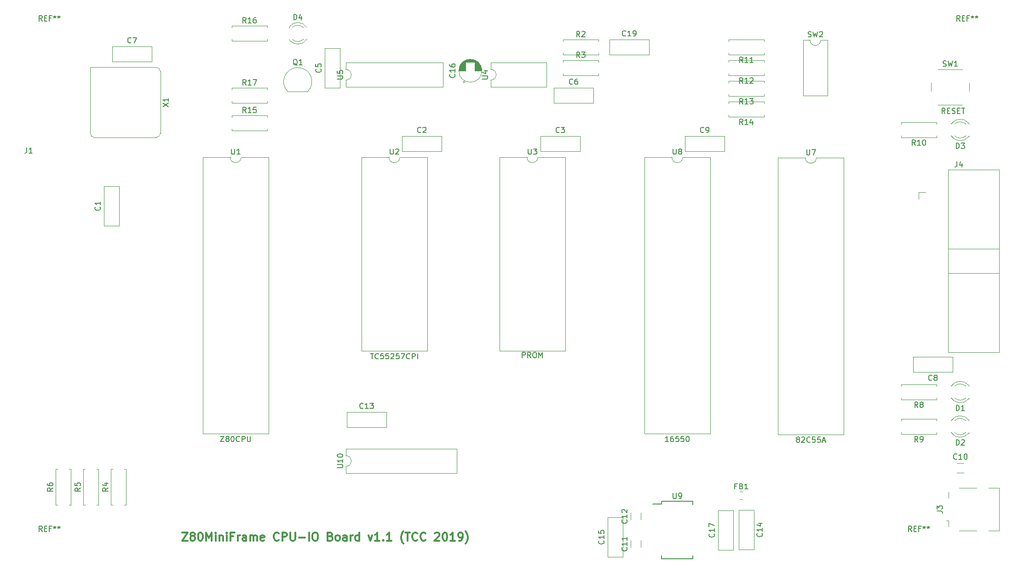
<source format=gbr>
G04 #@! TF.GenerationSoftware,KiCad,Pcbnew,(5.1.4)-1*
G04 #@! TF.CreationDate,2019-12-01T00:46:25+01:00*
G04 #@! TF.ProjectId,Z80Mini,5a38304d-696e-4692-9e6b-696361645f70,rev?*
G04 #@! TF.SameCoordinates,Original*
G04 #@! TF.FileFunction,Legend,Top*
G04 #@! TF.FilePolarity,Positive*
%FSLAX46Y46*%
G04 Gerber Fmt 4.6, Leading zero omitted, Abs format (unit mm)*
G04 Created by KiCad (PCBNEW (5.1.4)-1) date 2019-12-01 00:46:25*
%MOMM*%
%LPD*%
G04 APERTURE LIST*
%ADD10C,0.150000*%
%ADD11C,0.300000*%
%ADD12C,0.120000*%
G04 APERTURE END LIST*
D10*
X170862857Y-109227380D02*
X170862857Y-108227380D01*
X171243809Y-108227380D01*
X171339047Y-108275000D01*
X171386666Y-108322619D01*
X171434285Y-108417857D01*
X171434285Y-108560714D01*
X171386666Y-108655952D01*
X171339047Y-108703571D01*
X171243809Y-108751190D01*
X170862857Y-108751190D01*
X172434285Y-109227380D02*
X172100952Y-108751190D01*
X171862857Y-109227380D02*
X171862857Y-108227380D01*
X172243809Y-108227380D01*
X172339047Y-108275000D01*
X172386666Y-108322619D01*
X172434285Y-108417857D01*
X172434285Y-108560714D01*
X172386666Y-108655952D01*
X172339047Y-108703571D01*
X172243809Y-108751190D01*
X171862857Y-108751190D01*
X173053333Y-108227380D02*
X173243809Y-108227380D01*
X173339047Y-108275000D01*
X173434285Y-108370238D01*
X173481904Y-108560714D01*
X173481904Y-108894047D01*
X173434285Y-109084523D01*
X173339047Y-109179761D01*
X173243809Y-109227380D01*
X173053333Y-109227380D01*
X172958095Y-109179761D01*
X172862857Y-109084523D01*
X172815238Y-108894047D01*
X172815238Y-108560714D01*
X172862857Y-108370238D01*
X172958095Y-108275000D01*
X173053333Y-108227380D01*
X173910476Y-109227380D02*
X173910476Y-108227380D01*
X174243809Y-108941666D01*
X174577142Y-108227380D01*
X174577142Y-109227380D01*
D11*
X108262857Y-141418571D02*
X109262857Y-141418571D01*
X108262857Y-142918571D01*
X109262857Y-142918571D01*
X110048571Y-142061428D02*
X109905714Y-141990000D01*
X109834285Y-141918571D01*
X109762857Y-141775714D01*
X109762857Y-141704285D01*
X109834285Y-141561428D01*
X109905714Y-141490000D01*
X110048571Y-141418571D01*
X110334285Y-141418571D01*
X110477142Y-141490000D01*
X110548571Y-141561428D01*
X110620000Y-141704285D01*
X110620000Y-141775714D01*
X110548571Y-141918571D01*
X110477142Y-141990000D01*
X110334285Y-142061428D01*
X110048571Y-142061428D01*
X109905714Y-142132857D01*
X109834285Y-142204285D01*
X109762857Y-142347142D01*
X109762857Y-142632857D01*
X109834285Y-142775714D01*
X109905714Y-142847142D01*
X110048571Y-142918571D01*
X110334285Y-142918571D01*
X110477142Y-142847142D01*
X110548571Y-142775714D01*
X110620000Y-142632857D01*
X110620000Y-142347142D01*
X110548571Y-142204285D01*
X110477142Y-142132857D01*
X110334285Y-142061428D01*
X111548571Y-141418571D02*
X111691428Y-141418571D01*
X111834285Y-141490000D01*
X111905714Y-141561428D01*
X111977142Y-141704285D01*
X112048571Y-141990000D01*
X112048571Y-142347142D01*
X111977142Y-142632857D01*
X111905714Y-142775714D01*
X111834285Y-142847142D01*
X111691428Y-142918571D01*
X111548571Y-142918571D01*
X111405714Y-142847142D01*
X111334285Y-142775714D01*
X111262857Y-142632857D01*
X111191428Y-142347142D01*
X111191428Y-141990000D01*
X111262857Y-141704285D01*
X111334285Y-141561428D01*
X111405714Y-141490000D01*
X111548571Y-141418571D01*
X112691428Y-142918571D02*
X112691428Y-141418571D01*
X113191428Y-142490000D01*
X113691428Y-141418571D01*
X113691428Y-142918571D01*
X114405714Y-142918571D02*
X114405714Y-141918571D01*
X114405714Y-141418571D02*
X114334285Y-141490000D01*
X114405714Y-141561428D01*
X114477142Y-141490000D01*
X114405714Y-141418571D01*
X114405714Y-141561428D01*
X115120000Y-141918571D02*
X115120000Y-142918571D01*
X115120000Y-142061428D02*
X115191428Y-141990000D01*
X115334285Y-141918571D01*
X115548571Y-141918571D01*
X115691428Y-141990000D01*
X115762857Y-142132857D01*
X115762857Y-142918571D01*
X116477142Y-142918571D02*
X116477142Y-141918571D01*
X116477142Y-141418571D02*
X116405714Y-141490000D01*
X116477142Y-141561428D01*
X116548571Y-141490000D01*
X116477142Y-141418571D01*
X116477142Y-141561428D01*
X117691428Y-142132857D02*
X117191428Y-142132857D01*
X117191428Y-142918571D02*
X117191428Y-141418571D01*
X117905714Y-141418571D01*
X118477142Y-142918571D02*
X118477142Y-141918571D01*
X118477142Y-142204285D02*
X118548571Y-142061428D01*
X118620000Y-141990000D01*
X118762857Y-141918571D01*
X118905714Y-141918571D01*
X120048571Y-142918571D02*
X120048571Y-142132857D01*
X119977142Y-141990000D01*
X119834285Y-141918571D01*
X119548571Y-141918571D01*
X119405714Y-141990000D01*
X120048571Y-142847142D02*
X119905714Y-142918571D01*
X119548571Y-142918571D01*
X119405714Y-142847142D01*
X119334285Y-142704285D01*
X119334285Y-142561428D01*
X119405714Y-142418571D01*
X119548571Y-142347142D01*
X119905714Y-142347142D01*
X120048571Y-142275714D01*
X120762857Y-142918571D02*
X120762857Y-141918571D01*
X120762857Y-142061428D02*
X120834285Y-141990000D01*
X120977142Y-141918571D01*
X121191428Y-141918571D01*
X121334285Y-141990000D01*
X121405714Y-142132857D01*
X121405714Y-142918571D01*
X121405714Y-142132857D02*
X121477142Y-141990000D01*
X121620000Y-141918571D01*
X121834285Y-141918571D01*
X121977142Y-141990000D01*
X122048571Y-142132857D01*
X122048571Y-142918571D01*
X123334285Y-142847142D02*
X123191428Y-142918571D01*
X122905714Y-142918571D01*
X122762857Y-142847142D01*
X122691428Y-142704285D01*
X122691428Y-142132857D01*
X122762857Y-141990000D01*
X122905714Y-141918571D01*
X123191428Y-141918571D01*
X123334285Y-141990000D01*
X123405714Y-142132857D01*
X123405714Y-142275714D01*
X122691428Y-142418571D01*
X126048571Y-142775714D02*
X125977142Y-142847142D01*
X125762857Y-142918571D01*
X125620000Y-142918571D01*
X125405714Y-142847142D01*
X125262857Y-142704285D01*
X125191428Y-142561428D01*
X125120000Y-142275714D01*
X125120000Y-142061428D01*
X125191428Y-141775714D01*
X125262857Y-141632857D01*
X125405714Y-141490000D01*
X125620000Y-141418571D01*
X125762857Y-141418571D01*
X125977142Y-141490000D01*
X126048571Y-141561428D01*
X126691428Y-142918571D02*
X126691428Y-141418571D01*
X127262857Y-141418571D01*
X127405714Y-141490000D01*
X127477142Y-141561428D01*
X127548571Y-141704285D01*
X127548571Y-141918571D01*
X127477142Y-142061428D01*
X127405714Y-142132857D01*
X127262857Y-142204285D01*
X126691428Y-142204285D01*
X128191428Y-141418571D02*
X128191428Y-142632857D01*
X128262857Y-142775714D01*
X128334285Y-142847142D01*
X128477142Y-142918571D01*
X128762857Y-142918571D01*
X128905714Y-142847142D01*
X128977142Y-142775714D01*
X129048571Y-142632857D01*
X129048571Y-141418571D01*
X129762857Y-142347142D02*
X130905714Y-142347142D01*
X131620000Y-142918571D02*
X131620000Y-141418571D01*
X132620000Y-141418571D02*
X132905714Y-141418571D01*
X133048571Y-141490000D01*
X133191428Y-141632857D01*
X133262857Y-141918571D01*
X133262857Y-142418571D01*
X133191428Y-142704285D01*
X133048571Y-142847142D01*
X132905714Y-142918571D01*
X132620000Y-142918571D01*
X132477142Y-142847142D01*
X132334285Y-142704285D01*
X132262857Y-142418571D01*
X132262857Y-141918571D01*
X132334285Y-141632857D01*
X132477142Y-141490000D01*
X132620000Y-141418571D01*
X135548571Y-142132857D02*
X135762857Y-142204285D01*
X135834285Y-142275714D01*
X135905714Y-142418571D01*
X135905714Y-142632857D01*
X135834285Y-142775714D01*
X135762857Y-142847142D01*
X135620000Y-142918571D01*
X135048571Y-142918571D01*
X135048571Y-141418571D01*
X135548571Y-141418571D01*
X135691428Y-141490000D01*
X135762857Y-141561428D01*
X135834285Y-141704285D01*
X135834285Y-141847142D01*
X135762857Y-141990000D01*
X135691428Y-142061428D01*
X135548571Y-142132857D01*
X135048571Y-142132857D01*
X136762857Y-142918571D02*
X136620000Y-142847142D01*
X136548571Y-142775714D01*
X136477142Y-142632857D01*
X136477142Y-142204285D01*
X136548571Y-142061428D01*
X136620000Y-141990000D01*
X136762857Y-141918571D01*
X136977142Y-141918571D01*
X137120000Y-141990000D01*
X137191428Y-142061428D01*
X137262857Y-142204285D01*
X137262857Y-142632857D01*
X137191428Y-142775714D01*
X137120000Y-142847142D01*
X136977142Y-142918571D01*
X136762857Y-142918571D01*
X138548571Y-142918571D02*
X138548571Y-142132857D01*
X138477142Y-141990000D01*
X138334285Y-141918571D01*
X138048571Y-141918571D01*
X137905714Y-141990000D01*
X138548571Y-142847142D02*
X138405714Y-142918571D01*
X138048571Y-142918571D01*
X137905714Y-142847142D01*
X137834285Y-142704285D01*
X137834285Y-142561428D01*
X137905714Y-142418571D01*
X138048571Y-142347142D01*
X138405714Y-142347142D01*
X138548571Y-142275714D01*
X139262857Y-142918571D02*
X139262857Y-141918571D01*
X139262857Y-142204285D02*
X139334285Y-142061428D01*
X139405714Y-141990000D01*
X139548571Y-141918571D01*
X139691428Y-141918571D01*
X140834285Y-142918571D02*
X140834285Y-141418571D01*
X140834285Y-142847142D02*
X140691428Y-142918571D01*
X140405714Y-142918571D01*
X140262857Y-142847142D01*
X140191428Y-142775714D01*
X140120000Y-142632857D01*
X140120000Y-142204285D01*
X140191428Y-142061428D01*
X140262857Y-141990000D01*
X140405714Y-141918571D01*
X140691428Y-141918571D01*
X140834285Y-141990000D01*
X142548571Y-141918571D02*
X142905714Y-142918571D01*
X143262857Y-141918571D01*
X144620000Y-142918571D02*
X143762857Y-142918571D01*
X144191428Y-142918571D02*
X144191428Y-141418571D01*
X144048571Y-141632857D01*
X143905714Y-141775714D01*
X143762857Y-141847142D01*
X145262857Y-142775714D02*
X145334285Y-142847142D01*
X145262857Y-142918571D01*
X145191428Y-142847142D01*
X145262857Y-142775714D01*
X145262857Y-142918571D01*
X146762857Y-142918571D02*
X145905714Y-142918571D01*
X146334285Y-142918571D02*
X146334285Y-141418571D01*
X146191428Y-141632857D01*
X146048571Y-141775714D01*
X145905714Y-141847142D01*
X148977142Y-143490000D02*
X148905714Y-143418571D01*
X148762857Y-143204285D01*
X148691428Y-143061428D01*
X148620000Y-142847142D01*
X148548571Y-142490000D01*
X148548571Y-142204285D01*
X148620000Y-141847142D01*
X148691428Y-141632857D01*
X148762857Y-141490000D01*
X148905714Y-141275714D01*
X148977142Y-141204285D01*
X149334285Y-141418571D02*
X150191428Y-141418571D01*
X149762857Y-142918571D02*
X149762857Y-141418571D01*
X151548571Y-142775714D02*
X151477142Y-142847142D01*
X151262857Y-142918571D01*
X151120000Y-142918571D01*
X150905714Y-142847142D01*
X150762857Y-142704285D01*
X150691428Y-142561428D01*
X150620000Y-142275714D01*
X150620000Y-142061428D01*
X150691428Y-141775714D01*
X150762857Y-141632857D01*
X150905714Y-141490000D01*
X151120000Y-141418571D01*
X151262857Y-141418571D01*
X151477142Y-141490000D01*
X151548571Y-141561428D01*
X153048571Y-142775714D02*
X152977142Y-142847142D01*
X152762857Y-142918571D01*
X152620000Y-142918571D01*
X152405714Y-142847142D01*
X152262857Y-142704285D01*
X152191428Y-142561428D01*
X152120000Y-142275714D01*
X152120000Y-142061428D01*
X152191428Y-141775714D01*
X152262857Y-141632857D01*
X152405714Y-141490000D01*
X152620000Y-141418571D01*
X152762857Y-141418571D01*
X152977142Y-141490000D01*
X153048571Y-141561428D01*
X154762857Y-141561428D02*
X154834285Y-141490000D01*
X154977142Y-141418571D01*
X155334285Y-141418571D01*
X155477142Y-141490000D01*
X155548571Y-141561428D01*
X155620000Y-141704285D01*
X155620000Y-141847142D01*
X155548571Y-142061428D01*
X154691428Y-142918571D01*
X155620000Y-142918571D01*
X156548571Y-141418571D02*
X156691428Y-141418571D01*
X156834285Y-141490000D01*
X156905714Y-141561428D01*
X156977142Y-141704285D01*
X157048571Y-141990000D01*
X157048571Y-142347142D01*
X156977142Y-142632857D01*
X156905714Y-142775714D01*
X156834285Y-142847142D01*
X156691428Y-142918571D01*
X156548571Y-142918571D01*
X156405714Y-142847142D01*
X156334285Y-142775714D01*
X156262857Y-142632857D01*
X156191428Y-142347142D01*
X156191428Y-141990000D01*
X156262857Y-141704285D01*
X156334285Y-141561428D01*
X156405714Y-141490000D01*
X156548571Y-141418571D01*
X158477142Y-142918571D02*
X157620000Y-142918571D01*
X158048571Y-142918571D02*
X158048571Y-141418571D01*
X157905714Y-141632857D01*
X157762857Y-141775714D01*
X157620000Y-141847142D01*
X159191428Y-142918571D02*
X159477142Y-142918571D01*
X159620000Y-142847142D01*
X159691428Y-142775714D01*
X159834285Y-142561428D01*
X159905714Y-142275714D01*
X159905714Y-141704285D01*
X159834285Y-141561428D01*
X159762857Y-141490000D01*
X159620000Y-141418571D01*
X159334285Y-141418571D01*
X159191428Y-141490000D01*
X159120000Y-141561428D01*
X159048571Y-141704285D01*
X159048571Y-142061428D01*
X159120000Y-142204285D01*
X159191428Y-142275714D01*
X159334285Y-142347142D01*
X159620000Y-142347142D01*
X159762857Y-142275714D01*
X159834285Y-142204285D01*
X159905714Y-142061428D01*
X160405714Y-143490000D02*
X160477142Y-143418571D01*
X160619999Y-143204285D01*
X160691428Y-143061428D01*
X160762857Y-142847142D01*
X160834285Y-142490000D01*
X160834285Y-142204285D01*
X160762857Y-141847142D01*
X160691428Y-141632857D01*
X160619999Y-141490000D01*
X160477142Y-141275714D01*
X160405714Y-141204285D01*
D12*
X165040000Y-54900000D02*
X165040000Y-56150000D01*
X175320000Y-54900000D02*
X165040000Y-54900000D01*
X175320000Y-59400000D02*
X175320000Y-54900000D01*
X165040000Y-59400000D02*
X175320000Y-59400000D01*
X165040000Y-58150000D02*
X165040000Y-59400000D01*
X165040000Y-56150000D02*
G75*
G02X165040000Y-58150000I0J-1000000D01*
G01*
X123920000Y-62330000D02*
X123920000Y-62000000D01*
X117380000Y-62330000D02*
X123920000Y-62330000D01*
X117380000Y-62000000D02*
X117380000Y-62330000D01*
X123920000Y-59590000D02*
X123920000Y-59920000D01*
X117380000Y-59590000D02*
X123920000Y-59590000D01*
X117380000Y-59920000D02*
X117380000Y-59590000D01*
X123920000Y-50900000D02*
X123920000Y-50570000D01*
X117380000Y-50900000D02*
X123920000Y-50900000D01*
X117380000Y-50570000D02*
X117380000Y-50900000D01*
X123920000Y-48160000D02*
X123920000Y-48490000D01*
X117380000Y-48160000D02*
X123920000Y-48160000D01*
X117380000Y-48490000D02*
X117380000Y-48160000D01*
X123920000Y-67410000D02*
X123920000Y-67080000D01*
X117380000Y-67410000D02*
X123920000Y-67410000D01*
X117380000Y-67080000D02*
X117380000Y-67410000D01*
X123920000Y-64670000D02*
X123920000Y-65000000D01*
X117380000Y-64670000D02*
X123920000Y-64670000D01*
X117380000Y-65000000D02*
X117380000Y-64670000D01*
X131378478Y-60258478D02*
G75*
G03X129540000Y-55820000I-1838478J1838478D01*
G01*
X127701522Y-60258478D02*
G75*
G02X129540000Y-55820000I1838478J1838478D01*
G01*
X127740000Y-60270000D02*
X131340000Y-60270000D01*
X127980000Y-50610000D02*
X127980000Y-50766000D01*
X127980000Y-48294000D02*
X127980000Y-48450000D01*
X130581130Y-50609837D02*
G75*
G02X128499039Y-50610000I-1041130J1079837D01*
G01*
X130581130Y-48450163D02*
G75*
G03X128499039Y-48450000I-1041130J-1079837D01*
G01*
X131212335Y-50608608D02*
G75*
G02X127980000Y-50765516I-1672335J1078608D01*
G01*
X131212335Y-48451392D02*
G75*
G03X127980000Y-48294484I-1672335J-1078608D01*
G01*
X194160000Y-50700000D02*
X194160000Y-53440000D01*
X186920000Y-50700000D02*
X186920000Y-53440000D01*
X186920000Y-53440000D02*
X194160000Y-53440000D01*
X186920000Y-50700000D02*
X194160000Y-50700000D01*
X159895000Y-58469801D02*
X160295000Y-58469801D01*
X160095000Y-58669801D02*
X160095000Y-58269801D01*
X160920000Y-54319000D02*
X161660000Y-54319000D01*
X160753000Y-54359000D02*
X161827000Y-54359000D01*
X160626000Y-54399000D02*
X161954000Y-54399000D01*
X160522000Y-54439000D02*
X162058000Y-54439000D01*
X160431000Y-54479000D02*
X162149000Y-54479000D01*
X160350000Y-54519000D02*
X162230000Y-54519000D01*
X160277000Y-54559000D02*
X162303000Y-54559000D01*
X160210000Y-54599000D02*
X162370000Y-54599000D01*
X160148000Y-54639000D02*
X162432000Y-54639000D01*
X160090000Y-54679000D02*
X162490000Y-54679000D01*
X160036000Y-54719000D02*
X162544000Y-54719000D01*
X159986000Y-54759000D02*
X162594000Y-54759000D01*
X159939000Y-54799000D02*
X162641000Y-54799000D01*
X162130000Y-54839000D02*
X162686000Y-54839000D01*
X159894000Y-54839000D02*
X160450000Y-54839000D01*
X162130000Y-54879000D02*
X162728000Y-54879000D01*
X159852000Y-54879000D02*
X160450000Y-54879000D01*
X162130000Y-54919000D02*
X162768000Y-54919000D01*
X159812000Y-54919000D02*
X160450000Y-54919000D01*
X162130000Y-54959000D02*
X162806000Y-54959000D01*
X159774000Y-54959000D02*
X160450000Y-54959000D01*
X162130000Y-54999000D02*
X162842000Y-54999000D01*
X159738000Y-54999000D02*
X160450000Y-54999000D01*
X162130000Y-55039000D02*
X162877000Y-55039000D01*
X159703000Y-55039000D02*
X160450000Y-55039000D01*
X162130000Y-55079000D02*
X162909000Y-55079000D01*
X159671000Y-55079000D02*
X160450000Y-55079000D01*
X162130000Y-55119000D02*
X162940000Y-55119000D01*
X159640000Y-55119000D02*
X160450000Y-55119000D01*
X162130000Y-55159000D02*
X162970000Y-55159000D01*
X159610000Y-55159000D02*
X160450000Y-55159000D01*
X162130000Y-55199000D02*
X162998000Y-55199000D01*
X159582000Y-55199000D02*
X160450000Y-55199000D01*
X162130000Y-55239000D02*
X163025000Y-55239000D01*
X159555000Y-55239000D02*
X160450000Y-55239000D01*
X162130000Y-55279000D02*
X163050000Y-55279000D01*
X159530000Y-55279000D02*
X160450000Y-55279000D01*
X162130000Y-55319000D02*
X163075000Y-55319000D01*
X159505000Y-55319000D02*
X160450000Y-55319000D01*
X162130000Y-55359000D02*
X163098000Y-55359000D01*
X159482000Y-55359000D02*
X160450000Y-55359000D01*
X162130000Y-55399000D02*
X163120000Y-55399000D01*
X159460000Y-55399000D02*
X160450000Y-55399000D01*
X162130000Y-55439000D02*
X163141000Y-55439000D01*
X159439000Y-55439000D02*
X160450000Y-55439000D01*
X162130000Y-55479000D02*
X163160000Y-55479000D01*
X159420000Y-55479000D02*
X160450000Y-55479000D01*
X162130000Y-55519000D02*
X163179000Y-55519000D01*
X159401000Y-55519000D02*
X160450000Y-55519000D01*
X162130000Y-55559000D02*
X163197000Y-55559000D01*
X159383000Y-55559000D02*
X160450000Y-55559000D01*
X162130000Y-55599000D02*
X163214000Y-55599000D01*
X159366000Y-55599000D02*
X160450000Y-55599000D01*
X162130000Y-55639000D02*
X163230000Y-55639000D01*
X159350000Y-55639000D02*
X160450000Y-55639000D01*
X162130000Y-55679000D02*
X163244000Y-55679000D01*
X159336000Y-55679000D02*
X160450000Y-55679000D01*
X162130000Y-55720000D02*
X163258000Y-55720000D01*
X159322000Y-55720000D02*
X160450000Y-55720000D01*
X162130000Y-55760000D02*
X163272000Y-55760000D01*
X159308000Y-55760000D02*
X160450000Y-55760000D01*
X162130000Y-55800000D02*
X163284000Y-55800000D01*
X159296000Y-55800000D02*
X160450000Y-55800000D01*
X162130000Y-55840000D02*
X163295000Y-55840000D01*
X159285000Y-55840000D02*
X160450000Y-55840000D01*
X162130000Y-55880000D02*
X163306000Y-55880000D01*
X159274000Y-55880000D02*
X160450000Y-55880000D01*
X162130000Y-55920000D02*
X163315000Y-55920000D01*
X159265000Y-55920000D02*
X160450000Y-55920000D01*
X162130000Y-55960000D02*
X163324000Y-55960000D01*
X159256000Y-55960000D02*
X160450000Y-55960000D01*
X162130000Y-56000000D02*
X163332000Y-56000000D01*
X159248000Y-56000000D02*
X160450000Y-56000000D01*
X162130000Y-56040000D02*
X163340000Y-56040000D01*
X159240000Y-56040000D02*
X160450000Y-56040000D01*
X162130000Y-56080000D02*
X163346000Y-56080000D01*
X159234000Y-56080000D02*
X160450000Y-56080000D01*
X162130000Y-56120000D02*
X163352000Y-56120000D01*
X159228000Y-56120000D02*
X160450000Y-56120000D01*
X162130000Y-56160000D02*
X163357000Y-56160000D01*
X159223000Y-56160000D02*
X160450000Y-56160000D01*
X162130000Y-56200000D02*
X163361000Y-56200000D01*
X159219000Y-56200000D02*
X160450000Y-56200000D01*
X162130000Y-56240000D02*
X163364000Y-56240000D01*
X159216000Y-56240000D02*
X160450000Y-56240000D01*
X162130000Y-56280000D02*
X163367000Y-56280000D01*
X159213000Y-56280000D02*
X160450000Y-56280000D01*
X159211000Y-56320000D02*
X160450000Y-56320000D01*
X162130000Y-56320000D02*
X163369000Y-56320000D01*
X159210000Y-56360000D02*
X160450000Y-56360000D01*
X162130000Y-56360000D02*
X163370000Y-56360000D01*
X159210000Y-56400000D02*
X160450000Y-56400000D01*
X162130000Y-56400000D02*
X163370000Y-56400000D01*
X163410000Y-56400000D02*
G75*
G03X163410000Y-56400000I-2120000J0D01*
G01*
X124170000Y-72330000D02*
X119110000Y-72330000D01*
X124170000Y-123250000D02*
X124170000Y-72330000D01*
X112050000Y-123250000D02*
X124170000Y-123250000D01*
X112050000Y-72330000D02*
X112050000Y-123250000D01*
X117110000Y-72330000D02*
X112050000Y-72330000D01*
X119110000Y-72330000D02*
G75*
G02X117110000Y-72330000I-1000000J0D01*
G01*
X184880000Y-57250000D02*
X184880000Y-56920000D01*
X178340000Y-57250000D02*
X184880000Y-57250000D01*
X178340000Y-56920000D02*
X178340000Y-57250000D01*
X184880000Y-54510000D02*
X184880000Y-54840000D01*
X178340000Y-54510000D02*
X184880000Y-54510000D01*
X178340000Y-54840000D02*
X178340000Y-54510000D01*
X153380000Y-72330000D02*
X148320000Y-72330000D01*
X153380000Y-108010000D02*
X153380000Y-72330000D01*
X141260000Y-108010000D02*
X153380000Y-108010000D01*
X141260000Y-72330000D02*
X141260000Y-108010000D01*
X146320000Y-72330000D02*
X141260000Y-72330000D01*
X148320000Y-72330000D02*
G75*
G02X146320000Y-72330000I-1000000J0D01*
G01*
X138370000Y-54900000D02*
X138370000Y-56150000D01*
X156270000Y-54900000D02*
X138370000Y-54900000D01*
X156270000Y-59400000D02*
X156270000Y-54900000D01*
X138370000Y-59400000D02*
X156270000Y-59400000D01*
X138370000Y-58150000D02*
X138370000Y-59400000D01*
X138370000Y-56150000D02*
G75*
G02X138370000Y-58150000I0J-1000000D01*
G01*
X181460000Y-68480000D02*
X181460000Y-71220000D01*
X174220000Y-68480000D02*
X174220000Y-71220000D01*
X174220000Y-71220000D02*
X181460000Y-71220000D01*
X174220000Y-68480000D02*
X181460000Y-68480000D01*
X178780000Y-72330000D02*
X173720000Y-72330000D01*
X178780000Y-108010000D02*
X178780000Y-72330000D01*
X166660000Y-108010000D02*
X178780000Y-108010000D01*
X166660000Y-72330000D02*
X166660000Y-108010000D01*
X171720000Y-72330000D02*
X166660000Y-72330000D01*
X173720000Y-72330000D02*
G75*
G02X171720000Y-72330000I-1000000J0D01*
G01*
X145820000Y-119280000D02*
X145820000Y-122020000D01*
X138580000Y-119280000D02*
X138580000Y-122020000D01*
X138580000Y-122020000D02*
X145820000Y-122020000D01*
X138580000Y-119280000D02*
X145820000Y-119280000D01*
X138370000Y-126020000D02*
X138370000Y-127270000D01*
X158810000Y-126020000D02*
X138370000Y-126020000D01*
X158810000Y-130520000D02*
X158810000Y-126020000D01*
X138370000Y-130520000D02*
X158810000Y-130520000D01*
X138370000Y-129270000D02*
X138370000Y-130520000D01*
X138370000Y-127270000D02*
G75*
G02X138370000Y-129270000I0J-1000000D01*
G01*
X186590000Y-138660000D02*
X189330000Y-138660000D01*
X186590000Y-145900000D02*
X189330000Y-145900000D01*
X189330000Y-145900000D02*
X189330000Y-138660000D01*
X186590000Y-145900000D02*
X186590000Y-138660000D01*
X206910000Y-137390000D02*
X209650000Y-137390000D01*
X206910000Y-144630000D02*
X209650000Y-144630000D01*
X209650000Y-144630000D02*
X209650000Y-137390000D01*
X206910000Y-144630000D02*
X206910000Y-137390000D01*
X213460000Y-144550000D02*
X210720000Y-144550000D01*
X213460000Y-137310000D02*
X210720000Y-137310000D01*
X210720000Y-137310000D02*
X210720000Y-144550000D01*
X213460000Y-137310000D02*
X213460000Y-144550000D01*
X249240000Y-89190000D02*
X258590000Y-89190000D01*
X249240000Y-108220000D02*
X249240000Y-74660000D01*
X249240000Y-108220000D02*
X258590000Y-108220000D01*
X249240000Y-93690000D02*
X258590000Y-93690000D01*
X249240000Y-74660000D02*
X258590000Y-74660000D01*
X258590000Y-74660000D02*
X258590000Y-108220000D01*
X245110000Y-78740000D02*
X243840000Y-78740000D01*
X243840000Y-78740000D02*
X243840000Y-80010000D01*
X205450000Y-72330000D02*
X200390000Y-72330000D01*
X205450000Y-123250000D02*
X205450000Y-72330000D01*
X193330000Y-123250000D02*
X205450000Y-123250000D01*
X193330000Y-72330000D02*
X193330000Y-123250000D01*
X198390000Y-72330000D02*
X193330000Y-72330000D01*
X200390000Y-72330000D02*
G75*
G02X198390000Y-72330000I-1000000J0D01*
G01*
X230030000Y-72450000D02*
X224970000Y-72450000D01*
X230030000Y-123370000D02*
X230030000Y-72450000D01*
X217910000Y-123370000D02*
X230030000Y-123370000D01*
X217910000Y-72450000D02*
X217910000Y-123370000D01*
X222970000Y-72450000D02*
X217910000Y-72450000D01*
X224970000Y-72450000D02*
G75*
G02X222970000Y-72450000I-1000000J0D01*
G01*
X227040000Y-50740000D02*
X225790000Y-50740000D01*
X227040000Y-61020000D02*
X227040000Y-50740000D01*
X222540000Y-61020000D02*
X227040000Y-61020000D01*
X222540000Y-50740000D02*
X222540000Y-61020000D01*
X223790000Y-50740000D02*
X222540000Y-50740000D01*
X225790000Y-50740000D02*
G75*
G02X223790000Y-50740000I-1000000J0D01*
G01*
X208820000Y-62130000D02*
X208820000Y-62460000D01*
X215360000Y-62130000D02*
X208820000Y-62130000D01*
X215360000Y-62460000D02*
X215360000Y-62130000D01*
X208820000Y-64870000D02*
X208820000Y-64540000D01*
X215360000Y-64870000D02*
X208820000Y-64870000D01*
X215360000Y-64540000D02*
X215360000Y-64870000D01*
X208820000Y-58320000D02*
X208820000Y-58650000D01*
X215360000Y-58320000D02*
X208820000Y-58320000D01*
X215360000Y-58650000D02*
X215360000Y-58320000D01*
X208820000Y-61060000D02*
X208820000Y-60730000D01*
X215360000Y-61060000D02*
X208820000Y-61060000D01*
X215360000Y-60730000D02*
X215360000Y-61060000D01*
X208820000Y-54510000D02*
X208820000Y-54840000D01*
X215360000Y-54510000D02*
X208820000Y-54510000D01*
X215360000Y-54840000D02*
X215360000Y-54510000D01*
X208820000Y-57250000D02*
X208820000Y-56920000D01*
X215360000Y-57250000D02*
X208820000Y-57250000D01*
X215360000Y-56920000D02*
X215360000Y-57250000D01*
X208820000Y-50700000D02*
X208820000Y-51030000D01*
X215360000Y-50700000D02*
X208820000Y-50700000D01*
X215360000Y-51030000D02*
X215360000Y-50700000D01*
X208820000Y-53440000D02*
X208820000Y-53110000D01*
X215360000Y-53440000D02*
X208820000Y-53440000D01*
X215360000Y-53110000D02*
X215360000Y-53440000D01*
X240570000Y-65940000D02*
X240570000Y-66270000D01*
X247110000Y-65940000D02*
X240570000Y-65940000D01*
X247110000Y-66270000D02*
X247110000Y-65940000D01*
X240570000Y-68680000D02*
X240570000Y-68350000D01*
X247110000Y-68680000D02*
X240570000Y-68680000D01*
X247110000Y-68350000D02*
X247110000Y-68680000D01*
X253020000Y-66230000D02*
X253020000Y-66074000D01*
X253020000Y-68546000D02*
X253020000Y-68390000D01*
X250418870Y-66230163D02*
G75*
G02X252500961Y-66230000I1041130J-1079837D01*
G01*
X250418870Y-68389837D02*
G75*
G03X252500961Y-68390000I1041130J1079837D01*
G01*
X249787665Y-66231392D02*
G75*
G02X253020000Y-66074484I1672335J-1078608D01*
G01*
X249787665Y-68388608D02*
G75*
G03X253020000Y-68545516I1672335J1078608D01*
G01*
X240570000Y-120550000D02*
X240570000Y-120880000D01*
X247110000Y-120550000D02*
X240570000Y-120550000D01*
X247110000Y-120880000D02*
X247110000Y-120550000D01*
X240570000Y-123290000D02*
X240570000Y-122960000D01*
X247110000Y-123290000D02*
X240570000Y-123290000D01*
X247110000Y-122960000D02*
X247110000Y-123290000D01*
X240570000Y-114200000D02*
X240570000Y-114530000D01*
X247110000Y-114200000D02*
X240570000Y-114200000D01*
X247110000Y-114530000D02*
X247110000Y-114200000D01*
X240570000Y-116940000D02*
X240570000Y-116610000D01*
X247110000Y-116940000D02*
X240570000Y-116940000D01*
X247110000Y-116610000D02*
X247110000Y-116940000D01*
X253020000Y-120840000D02*
X253020000Y-120684000D01*
X253020000Y-123156000D02*
X253020000Y-123000000D01*
X250418870Y-120840163D02*
G75*
G02X252500961Y-120840000I1041130J-1079837D01*
G01*
X250418870Y-122999837D02*
G75*
G03X252500961Y-123000000I1041130J1079837D01*
G01*
X249787665Y-120841392D02*
G75*
G02X253020000Y-120684484I1672335J-1078608D01*
G01*
X249787665Y-122998608D02*
G75*
G03X253020000Y-123155516I1672335J1078608D01*
G01*
X253020000Y-114490000D02*
X253020000Y-114334000D01*
X253020000Y-116806000D02*
X253020000Y-116650000D01*
X250418870Y-114490163D02*
G75*
G02X252500961Y-114490000I1041130J-1079837D01*
G01*
X250418870Y-116649837D02*
G75*
G03X252500961Y-116650000I1041130J1079837D01*
G01*
X249787665Y-114491392D02*
G75*
G02X253020000Y-114334484I1672335J-1078608D01*
G01*
X249787665Y-116648608D02*
G75*
G03X253020000Y-116805516I1672335J1078608D01*
G01*
X210893922Y-135330000D02*
X211411078Y-135330000D01*
X210893922Y-133910000D02*
X211411078Y-133910000D01*
X258640000Y-141070000D02*
X256690000Y-141070000D01*
X254470000Y-141070000D02*
X251240000Y-141070000D01*
X249320000Y-140350000D02*
X249320000Y-139270000D01*
X249320000Y-135050000D02*
X249320000Y-133970000D01*
X254470000Y-133250000D02*
X251240000Y-133250000D01*
X258640000Y-133250000D02*
X256690000Y-133250000D01*
X249320000Y-139270000D02*
X248890000Y-139270000D01*
X258640000Y-133250000D02*
X258640000Y-141070000D01*
X250851000Y-130460000D02*
X252109000Y-130460000D01*
X250851000Y-128620000D02*
X252109000Y-128620000D01*
X192690000Y-139079000D02*
X192690000Y-137821000D01*
X190850000Y-139079000D02*
X190850000Y-137821000D01*
X192690000Y-144159000D02*
X192690000Y-142901000D01*
X190850000Y-144159000D02*
X190850000Y-142901000D01*
X253130000Y-60150000D02*
X253130000Y-58650000D01*
X251880000Y-56150000D02*
X247380000Y-56150000D01*
X246130000Y-58650000D02*
X246130000Y-60150000D01*
X247380000Y-62650000D02*
X251880000Y-62650000D01*
X104240000Y-56530000D02*
G75*
G03X103490000Y-55780000I-750000J0D01*
G01*
X103490000Y-68680000D02*
G75*
G03X104240000Y-67930000I0J750000D01*
G01*
X91340000Y-67930000D02*
G75*
G03X92090000Y-68680000I750000J0D01*
G01*
X91340000Y-55780000D02*
X91340000Y-67930000D01*
X92090000Y-68680000D02*
X103490000Y-68680000D01*
X104240000Y-67930000D02*
X104240000Y-56530000D01*
X103490000Y-55780000D02*
X91340000Y-55780000D01*
D10*
X196515000Y-136220000D02*
X194915000Y-136220000D01*
X196515000Y-146295000D02*
X202265000Y-146295000D01*
X196515000Y-135645000D02*
X202265000Y-135645000D01*
X196515000Y-146295000D02*
X196515000Y-145645000D01*
X202265000Y-146295000D02*
X202265000Y-145645000D01*
X202265000Y-135645000D02*
X202265000Y-136295000D01*
X196515000Y-135645000D02*
X196515000Y-136220000D01*
D12*
X87730000Y-129780000D02*
X87400000Y-129780000D01*
X87730000Y-136320000D02*
X87730000Y-129780000D01*
X87400000Y-136320000D02*
X87730000Y-136320000D01*
X84990000Y-129780000D02*
X85320000Y-129780000D01*
X84990000Y-136320000D02*
X84990000Y-129780000D01*
X85320000Y-136320000D02*
X84990000Y-136320000D01*
X92810000Y-129780000D02*
X92480000Y-129780000D01*
X92810000Y-136320000D02*
X92810000Y-129780000D01*
X92480000Y-136320000D02*
X92810000Y-136320000D01*
X90070000Y-129780000D02*
X90400000Y-129780000D01*
X90070000Y-136320000D02*
X90070000Y-129780000D01*
X90400000Y-136320000D02*
X90070000Y-136320000D01*
X97890000Y-129780000D02*
X97560000Y-129780000D01*
X97890000Y-136320000D02*
X97890000Y-129780000D01*
X97560000Y-136320000D02*
X97890000Y-136320000D01*
X95150000Y-129780000D02*
X95480000Y-129780000D01*
X95150000Y-136320000D02*
X95150000Y-129780000D01*
X95480000Y-136320000D02*
X95150000Y-136320000D01*
X184880000Y-53440000D02*
X184880000Y-53110000D01*
X178340000Y-53440000D02*
X184880000Y-53440000D01*
X178340000Y-53110000D02*
X178340000Y-53440000D01*
X184880000Y-50700000D02*
X184880000Y-51030000D01*
X178340000Y-50700000D02*
X184880000Y-50700000D01*
X178340000Y-51030000D02*
X178340000Y-50700000D01*
X208050000Y-68480000D02*
X208050000Y-71220000D01*
X200810000Y-68480000D02*
X200810000Y-71220000D01*
X200810000Y-71220000D02*
X208050000Y-71220000D01*
X200810000Y-68480000D02*
X208050000Y-68480000D01*
X242800000Y-111860000D02*
X242800000Y-109120000D01*
X250040000Y-111860000D02*
X250040000Y-109120000D01*
X250040000Y-109120000D02*
X242800000Y-109120000D01*
X250040000Y-111860000D02*
X242800000Y-111860000D01*
X102640000Y-51970000D02*
X102640000Y-54710000D01*
X95400000Y-51970000D02*
X95400000Y-54710000D01*
X95400000Y-54710000D02*
X102640000Y-54710000D01*
X95400000Y-51970000D02*
X102640000Y-51970000D01*
X183920000Y-59590000D02*
X183920000Y-62330000D01*
X176680000Y-59590000D02*
X176680000Y-62330000D01*
X176680000Y-62330000D02*
X183920000Y-62330000D01*
X176680000Y-59590000D02*
X183920000Y-59590000D01*
X134520000Y-52300000D02*
X137260000Y-52300000D01*
X134520000Y-59540000D02*
X137260000Y-59540000D01*
X137260000Y-59540000D02*
X137260000Y-52300000D01*
X134520000Y-59540000D02*
X134520000Y-52300000D01*
X155980000Y-68480000D02*
X155980000Y-71220000D01*
X148740000Y-68480000D02*
X148740000Y-71220000D01*
X148740000Y-71220000D02*
X155980000Y-71220000D01*
X148740000Y-68480000D02*
X155980000Y-68480000D01*
X93880000Y-77700000D02*
X96620000Y-77700000D01*
X93880000Y-84940000D02*
X96620000Y-84940000D01*
X96620000Y-84940000D02*
X96620000Y-77700000D01*
X93880000Y-84940000D02*
X93880000Y-77700000D01*
D10*
X163492380Y-57911904D02*
X164301904Y-57911904D01*
X164397142Y-57864285D01*
X164444761Y-57816666D01*
X164492380Y-57721428D01*
X164492380Y-57530952D01*
X164444761Y-57435714D01*
X164397142Y-57388095D01*
X164301904Y-57340476D01*
X163492380Y-57340476D01*
X163825714Y-56435714D02*
X164492380Y-56435714D01*
X163444761Y-56673809D02*
X164159047Y-56911904D01*
X164159047Y-56292857D01*
X120007142Y-59042380D02*
X119673809Y-58566190D01*
X119435714Y-59042380D02*
X119435714Y-58042380D01*
X119816666Y-58042380D01*
X119911904Y-58090000D01*
X119959523Y-58137619D01*
X120007142Y-58232857D01*
X120007142Y-58375714D01*
X119959523Y-58470952D01*
X119911904Y-58518571D01*
X119816666Y-58566190D01*
X119435714Y-58566190D01*
X120959523Y-59042380D02*
X120388095Y-59042380D01*
X120673809Y-59042380D02*
X120673809Y-58042380D01*
X120578571Y-58185238D01*
X120483333Y-58280476D01*
X120388095Y-58328095D01*
X121292857Y-58042380D02*
X121959523Y-58042380D01*
X121530952Y-59042380D01*
X120007142Y-47612380D02*
X119673809Y-47136190D01*
X119435714Y-47612380D02*
X119435714Y-46612380D01*
X119816666Y-46612380D01*
X119911904Y-46660000D01*
X119959523Y-46707619D01*
X120007142Y-46802857D01*
X120007142Y-46945714D01*
X119959523Y-47040952D01*
X119911904Y-47088571D01*
X119816666Y-47136190D01*
X119435714Y-47136190D01*
X120959523Y-47612380D02*
X120388095Y-47612380D01*
X120673809Y-47612380D02*
X120673809Y-46612380D01*
X120578571Y-46755238D01*
X120483333Y-46850476D01*
X120388095Y-46898095D01*
X121816666Y-46612380D02*
X121626190Y-46612380D01*
X121530952Y-46660000D01*
X121483333Y-46707619D01*
X121388095Y-46850476D01*
X121340476Y-47040952D01*
X121340476Y-47421904D01*
X121388095Y-47517142D01*
X121435714Y-47564761D01*
X121530952Y-47612380D01*
X121721428Y-47612380D01*
X121816666Y-47564761D01*
X121864285Y-47517142D01*
X121911904Y-47421904D01*
X121911904Y-47183809D01*
X121864285Y-47088571D01*
X121816666Y-47040952D01*
X121721428Y-46993333D01*
X121530952Y-46993333D01*
X121435714Y-47040952D01*
X121388095Y-47088571D01*
X121340476Y-47183809D01*
X120007142Y-64122380D02*
X119673809Y-63646190D01*
X119435714Y-64122380D02*
X119435714Y-63122380D01*
X119816666Y-63122380D01*
X119911904Y-63170000D01*
X119959523Y-63217619D01*
X120007142Y-63312857D01*
X120007142Y-63455714D01*
X119959523Y-63550952D01*
X119911904Y-63598571D01*
X119816666Y-63646190D01*
X119435714Y-63646190D01*
X120959523Y-64122380D02*
X120388095Y-64122380D01*
X120673809Y-64122380D02*
X120673809Y-63122380D01*
X120578571Y-63265238D01*
X120483333Y-63360476D01*
X120388095Y-63408095D01*
X121864285Y-63122380D02*
X121388095Y-63122380D01*
X121340476Y-63598571D01*
X121388095Y-63550952D01*
X121483333Y-63503333D01*
X121721428Y-63503333D01*
X121816666Y-63550952D01*
X121864285Y-63598571D01*
X121911904Y-63693809D01*
X121911904Y-63931904D01*
X121864285Y-64027142D01*
X121816666Y-64074761D01*
X121721428Y-64122380D01*
X121483333Y-64122380D01*
X121388095Y-64074761D01*
X121340476Y-64027142D01*
X129444761Y-55407619D02*
X129349523Y-55360000D01*
X129254285Y-55264761D01*
X129111428Y-55121904D01*
X129016190Y-55074285D01*
X128920952Y-55074285D01*
X128968571Y-55312380D02*
X128873333Y-55264761D01*
X128778095Y-55169523D01*
X128730476Y-54979047D01*
X128730476Y-54645714D01*
X128778095Y-54455238D01*
X128873333Y-54360000D01*
X128968571Y-54312380D01*
X129159047Y-54312380D01*
X129254285Y-54360000D01*
X129349523Y-54455238D01*
X129397142Y-54645714D01*
X129397142Y-54979047D01*
X129349523Y-55169523D01*
X129254285Y-55264761D01*
X129159047Y-55312380D01*
X128968571Y-55312380D01*
X130349523Y-55312380D02*
X129778095Y-55312380D01*
X130063809Y-55312380D02*
X130063809Y-54312380D01*
X129968571Y-54455238D01*
X129873333Y-54550476D01*
X129778095Y-54598095D01*
X128801904Y-47022380D02*
X128801904Y-46022380D01*
X129040000Y-46022380D01*
X129182857Y-46070000D01*
X129278095Y-46165238D01*
X129325714Y-46260476D01*
X129373333Y-46450952D01*
X129373333Y-46593809D01*
X129325714Y-46784285D01*
X129278095Y-46879523D01*
X129182857Y-46974761D01*
X129040000Y-47022380D01*
X128801904Y-47022380D01*
X130230476Y-46355714D02*
X130230476Y-47022380D01*
X129992380Y-45974761D02*
X129754285Y-46689047D01*
X130373333Y-46689047D01*
X189897142Y-49927142D02*
X189849523Y-49974761D01*
X189706666Y-50022380D01*
X189611428Y-50022380D01*
X189468571Y-49974761D01*
X189373333Y-49879523D01*
X189325714Y-49784285D01*
X189278095Y-49593809D01*
X189278095Y-49450952D01*
X189325714Y-49260476D01*
X189373333Y-49165238D01*
X189468571Y-49070000D01*
X189611428Y-49022380D01*
X189706666Y-49022380D01*
X189849523Y-49070000D01*
X189897142Y-49117619D01*
X190849523Y-50022380D02*
X190278095Y-50022380D01*
X190563809Y-50022380D02*
X190563809Y-49022380D01*
X190468571Y-49165238D01*
X190373333Y-49260476D01*
X190278095Y-49308095D01*
X191325714Y-50022380D02*
X191516190Y-50022380D01*
X191611428Y-49974761D01*
X191659047Y-49927142D01*
X191754285Y-49784285D01*
X191801904Y-49593809D01*
X191801904Y-49212857D01*
X191754285Y-49117619D01*
X191706666Y-49070000D01*
X191611428Y-49022380D01*
X191420952Y-49022380D01*
X191325714Y-49070000D01*
X191278095Y-49117619D01*
X191230476Y-49212857D01*
X191230476Y-49450952D01*
X191278095Y-49546190D01*
X191325714Y-49593809D01*
X191420952Y-49641428D01*
X191611428Y-49641428D01*
X191706666Y-49593809D01*
X191754285Y-49546190D01*
X191801904Y-49450952D01*
X158397142Y-57042857D02*
X158444761Y-57090476D01*
X158492380Y-57233333D01*
X158492380Y-57328571D01*
X158444761Y-57471428D01*
X158349523Y-57566666D01*
X158254285Y-57614285D01*
X158063809Y-57661904D01*
X157920952Y-57661904D01*
X157730476Y-57614285D01*
X157635238Y-57566666D01*
X157540000Y-57471428D01*
X157492380Y-57328571D01*
X157492380Y-57233333D01*
X157540000Y-57090476D01*
X157587619Y-57042857D01*
X158492380Y-56090476D02*
X158492380Y-56661904D01*
X158492380Y-56376190D02*
X157492380Y-56376190D01*
X157635238Y-56471428D01*
X157730476Y-56566666D01*
X157778095Y-56661904D01*
X157492380Y-55233333D02*
X157492380Y-55423809D01*
X157540000Y-55519047D01*
X157587619Y-55566666D01*
X157730476Y-55661904D01*
X157920952Y-55709523D01*
X158301904Y-55709523D01*
X158397142Y-55661904D01*
X158444761Y-55614285D01*
X158492380Y-55519047D01*
X158492380Y-55328571D01*
X158444761Y-55233333D01*
X158397142Y-55185714D01*
X158301904Y-55138095D01*
X158063809Y-55138095D01*
X157968571Y-55185714D01*
X157920952Y-55233333D01*
X157873333Y-55328571D01*
X157873333Y-55519047D01*
X157920952Y-55614285D01*
X157968571Y-55661904D01*
X158063809Y-55709523D01*
X117348095Y-70782380D02*
X117348095Y-71591904D01*
X117395714Y-71687142D01*
X117443333Y-71734761D01*
X117538571Y-71782380D01*
X117729047Y-71782380D01*
X117824285Y-71734761D01*
X117871904Y-71687142D01*
X117919523Y-71591904D01*
X117919523Y-70782380D01*
X118919523Y-71782380D02*
X118348095Y-71782380D01*
X118633809Y-71782380D02*
X118633809Y-70782380D01*
X118538571Y-70925238D01*
X118443333Y-71020476D01*
X118348095Y-71068095D01*
X115300476Y-123702380D02*
X115967142Y-123702380D01*
X115300476Y-124702380D01*
X115967142Y-124702380D01*
X116490952Y-124130952D02*
X116395714Y-124083333D01*
X116348095Y-124035714D01*
X116300476Y-123940476D01*
X116300476Y-123892857D01*
X116348095Y-123797619D01*
X116395714Y-123750000D01*
X116490952Y-123702380D01*
X116681428Y-123702380D01*
X116776666Y-123750000D01*
X116824285Y-123797619D01*
X116871904Y-123892857D01*
X116871904Y-123940476D01*
X116824285Y-124035714D01*
X116776666Y-124083333D01*
X116681428Y-124130952D01*
X116490952Y-124130952D01*
X116395714Y-124178571D01*
X116348095Y-124226190D01*
X116300476Y-124321428D01*
X116300476Y-124511904D01*
X116348095Y-124607142D01*
X116395714Y-124654761D01*
X116490952Y-124702380D01*
X116681428Y-124702380D01*
X116776666Y-124654761D01*
X116824285Y-124607142D01*
X116871904Y-124511904D01*
X116871904Y-124321428D01*
X116824285Y-124226190D01*
X116776666Y-124178571D01*
X116681428Y-124130952D01*
X117490952Y-123702380D02*
X117586190Y-123702380D01*
X117681428Y-123750000D01*
X117729047Y-123797619D01*
X117776666Y-123892857D01*
X117824285Y-124083333D01*
X117824285Y-124321428D01*
X117776666Y-124511904D01*
X117729047Y-124607142D01*
X117681428Y-124654761D01*
X117586190Y-124702380D01*
X117490952Y-124702380D01*
X117395714Y-124654761D01*
X117348095Y-124607142D01*
X117300476Y-124511904D01*
X117252857Y-124321428D01*
X117252857Y-124083333D01*
X117300476Y-123892857D01*
X117348095Y-123797619D01*
X117395714Y-123750000D01*
X117490952Y-123702380D01*
X118824285Y-124607142D02*
X118776666Y-124654761D01*
X118633809Y-124702380D01*
X118538571Y-124702380D01*
X118395714Y-124654761D01*
X118300476Y-124559523D01*
X118252857Y-124464285D01*
X118205238Y-124273809D01*
X118205238Y-124130952D01*
X118252857Y-123940476D01*
X118300476Y-123845238D01*
X118395714Y-123750000D01*
X118538571Y-123702380D01*
X118633809Y-123702380D01*
X118776666Y-123750000D01*
X118824285Y-123797619D01*
X119252857Y-124702380D02*
X119252857Y-123702380D01*
X119633809Y-123702380D01*
X119729047Y-123750000D01*
X119776666Y-123797619D01*
X119824285Y-123892857D01*
X119824285Y-124035714D01*
X119776666Y-124130952D01*
X119729047Y-124178571D01*
X119633809Y-124226190D01*
X119252857Y-124226190D01*
X120252857Y-123702380D02*
X120252857Y-124511904D01*
X120300476Y-124607142D01*
X120348095Y-124654761D01*
X120443333Y-124702380D01*
X120633809Y-124702380D01*
X120729047Y-124654761D01*
X120776666Y-124607142D01*
X120824285Y-124511904D01*
X120824285Y-123702380D01*
X181443333Y-53962380D02*
X181110000Y-53486190D01*
X180871904Y-53962380D02*
X180871904Y-52962380D01*
X181252857Y-52962380D01*
X181348095Y-53010000D01*
X181395714Y-53057619D01*
X181443333Y-53152857D01*
X181443333Y-53295714D01*
X181395714Y-53390952D01*
X181348095Y-53438571D01*
X181252857Y-53486190D01*
X180871904Y-53486190D01*
X181776666Y-52962380D02*
X182395714Y-52962380D01*
X182062380Y-53343333D01*
X182205238Y-53343333D01*
X182300476Y-53390952D01*
X182348095Y-53438571D01*
X182395714Y-53533809D01*
X182395714Y-53771904D01*
X182348095Y-53867142D01*
X182300476Y-53914761D01*
X182205238Y-53962380D01*
X181919523Y-53962380D01*
X181824285Y-53914761D01*
X181776666Y-53867142D01*
X146558095Y-70782380D02*
X146558095Y-71591904D01*
X146605714Y-71687142D01*
X146653333Y-71734761D01*
X146748571Y-71782380D01*
X146939047Y-71782380D01*
X147034285Y-71734761D01*
X147081904Y-71687142D01*
X147129523Y-71591904D01*
X147129523Y-70782380D01*
X147558095Y-70877619D02*
X147605714Y-70830000D01*
X147700952Y-70782380D01*
X147939047Y-70782380D01*
X148034285Y-70830000D01*
X148081904Y-70877619D01*
X148129523Y-70972857D01*
X148129523Y-71068095D01*
X148081904Y-71210952D01*
X147510476Y-71782380D01*
X148129523Y-71782380D01*
X142915238Y-108462380D02*
X143486666Y-108462380D01*
X143200952Y-109462380D02*
X143200952Y-108462380D01*
X144391428Y-109367142D02*
X144343809Y-109414761D01*
X144200952Y-109462380D01*
X144105714Y-109462380D01*
X143962857Y-109414761D01*
X143867619Y-109319523D01*
X143820000Y-109224285D01*
X143772380Y-109033809D01*
X143772380Y-108890952D01*
X143820000Y-108700476D01*
X143867619Y-108605238D01*
X143962857Y-108510000D01*
X144105714Y-108462380D01*
X144200952Y-108462380D01*
X144343809Y-108510000D01*
X144391428Y-108557619D01*
X145296190Y-108462380D02*
X144820000Y-108462380D01*
X144772380Y-108938571D01*
X144820000Y-108890952D01*
X144915238Y-108843333D01*
X145153333Y-108843333D01*
X145248571Y-108890952D01*
X145296190Y-108938571D01*
X145343809Y-109033809D01*
X145343809Y-109271904D01*
X145296190Y-109367142D01*
X145248571Y-109414761D01*
X145153333Y-109462380D01*
X144915238Y-109462380D01*
X144820000Y-109414761D01*
X144772380Y-109367142D01*
X146248571Y-108462380D02*
X145772380Y-108462380D01*
X145724761Y-108938571D01*
X145772380Y-108890952D01*
X145867619Y-108843333D01*
X146105714Y-108843333D01*
X146200952Y-108890952D01*
X146248571Y-108938571D01*
X146296190Y-109033809D01*
X146296190Y-109271904D01*
X146248571Y-109367142D01*
X146200952Y-109414761D01*
X146105714Y-109462380D01*
X145867619Y-109462380D01*
X145772380Y-109414761D01*
X145724761Y-109367142D01*
X146677142Y-108557619D02*
X146724761Y-108510000D01*
X146820000Y-108462380D01*
X147058095Y-108462380D01*
X147153333Y-108510000D01*
X147200952Y-108557619D01*
X147248571Y-108652857D01*
X147248571Y-108748095D01*
X147200952Y-108890952D01*
X146629523Y-109462380D01*
X147248571Y-109462380D01*
X148153333Y-108462380D02*
X147677142Y-108462380D01*
X147629523Y-108938571D01*
X147677142Y-108890952D01*
X147772380Y-108843333D01*
X148010476Y-108843333D01*
X148105714Y-108890952D01*
X148153333Y-108938571D01*
X148200952Y-109033809D01*
X148200952Y-109271904D01*
X148153333Y-109367142D01*
X148105714Y-109414761D01*
X148010476Y-109462380D01*
X147772380Y-109462380D01*
X147677142Y-109414761D01*
X147629523Y-109367142D01*
X148534285Y-108462380D02*
X149200952Y-108462380D01*
X148772380Y-109462380D01*
X150153333Y-109367142D02*
X150105714Y-109414761D01*
X149962857Y-109462380D01*
X149867619Y-109462380D01*
X149724761Y-109414761D01*
X149629523Y-109319523D01*
X149581904Y-109224285D01*
X149534285Y-109033809D01*
X149534285Y-108890952D01*
X149581904Y-108700476D01*
X149629523Y-108605238D01*
X149724761Y-108510000D01*
X149867619Y-108462380D01*
X149962857Y-108462380D01*
X150105714Y-108510000D01*
X150153333Y-108557619D01*
X150581904Y-109462380D02*
X150581904Y-108462380D01*
X150962857Y-108462380D01*
X151058095Y-108510000D01*
X151105714Y-108557619D01*
X151153333Y-108652857D01*
X151153333Y-108795714D01*
X151105714Y-108890952D01*
X151058095Y-108938571D01*
X150962857Y-108986190D01*
X150581904Y-108986190D01*
X151581904Y-109462380D02*
X151581904Y-108462380D01*
X136822380Y-57911904D02*
X137631904Y-57911904D01*
X137727142Y-57864285D01*
X137774761Y-57816666D01*
X137822380Y-57721428D01*
X137822380Y-57530952D01*
X137774761Y-57435714D01*
X137727142Y-57388095D01*
X137631904Y-57340476D01*
X136822380Y-57340476D01*
X136822380Y-56388095D02*
X136822380Y-56864285D01*
X137298571Y-56911904D01*
X137250952Y-56864285D01*
X137203333Y-56769047D01*
X137203333Y-56530952D01*
X137250952Y-56435714D01*
X137298571Y-56388095D01*
X137393809Y-56340476D01*
X137631904Y-56340476D01*
X137727142Y-56388095D01*
X137774761Y-56435714D01*
X137822380Y-56530952D01*
X137822380Y-56769047D01*
X137774761Y-56864285D01*
X137727142Y-56911904D01*
X242506666Y-141232380D02*
X242173333Y-140756190D01*
X241935238Y-141232380D02*
X241935238Y-140232380D01*
X242316190Y-140232380D01*
X242411428Y-140280000D01*
X242459047Y-140327619D01*
X242506666Y-140422857D01*
X242506666Y-140565714D01*
X242459047Y-140660952D01*
X242411428Y-140708571D01*
X242316190Y-140756190D01*
X241935238Y-140756190D01*
X242935238Y-140708571D02*
X243268571Y-140708571D01*
X243411428Y-141232380D02*
X242935238Y-141232380D01*
X242935238Y-140232380D01*
X243411428Y-140232380D01*
X244173333Y-140708571D02*
X243840000Y-140708571D01*
X243840000Y-141232380D02*
X243840000Y-140232380D01*
X244316190Y-140232380D01*
X244840000Y-140232380D02*
X244840000Y-140470476D01*
X244601904Y-140375238D02*
X244840000Y-140470476D01*
X245078095Y-140375238D01*
X244697142Y-140660952D02*
X244840000Y-140470476D01*
X244982857Y-140660952D01*
X245601904Y-140232380D02*
X245601904Y-140470476D01*
X245363809Y-140375238D02*
X245601904Y-140470476D01*
X245840000Y-140375238D01*
X245459047Y-140660952D02*
X245601904Y-140470476D01*
X245744761Y-140660952D01*
X251396666Y-47252380D02*
X251063333Y-46776190D01*
X250825238Y-47252380D02*
X250825238Y-46252380D01*
X251206190Y-46252380D01*
X251301428Y-46300000D01*
X251349047Y-46347619D01*
X251396666Y-46442857D01*
X251396666Y-46585714D01*
X251349047Y-46680952D01*
X251301428Y-46728571D01*
X251206190Y-46776190D01*
X250825238Y-46776190D01*
X251825238Y-46728571D02*
X252158571Y-46728571D01*
X252301428Y-47252380D02*
X251825238Y-47252380D01*
X251825238Y-46252380D01*
X252301428Y-46252380D01*
X253063333Y-46728571D02*
X252730000Y-46728571D01*
X252730000Y-47252380D02*
X252730000Y-46252380D01*
X253206190Y-46252380D01*
X253730000Y-46252380D02*
X253730000Y-46490476D01*
X253491904Y-46395238D02*
X253730000Y-46490476D01*
X253968095Y-46395238D01*
X253587142Y-46680952D02*
X253730000Y-46490476D01*
X253872857Y-46680952D01*
X254491904Y-46252380D02*
X254491904Y-46490476D01*
X254253809Y-46395238D02*
X254491904Y-46490476D01*
X254730000Y-46395238D01*
X254349047Y-46680952D02*
X254491904Y-46490476D01*
X254634761Y-46680952D01*
X82486666Y-141232380D02*
X82153333Y-140756190D01*
X81915238Y-141232380D02*
X81915238Y-140232380D01*
X82296190Y-140232380D01*
X82391428Y-140280000D01*
X82439047Y-140327619D01*
X82486666Y-140422857D01*
X82486666Y-140565714D01*
X82439047Y-140660952D01*
X82391428Y-140708571D01*
X82296190Y-140756190D01*
X81915238Y-140756190D01*
X82915238Y-140708571D02*
X83248571Y-140708571D01*
X83391428Y-141232380D02*
X82915238Y-141232380D01*
X82915238Y-140232380D01*
X83391428Y-140232380D01*
X84153333Y-140708571D02*
X83820000Y-140708571D01*
X83820000Y-141232380D02*
X83820000Y-140232380D01*
X84296190Y-140232380D01*
X84820000Y-140232380D02*
X84820000Y-140470476D01*
X84581904Y-140375238D02*
X84820000Y-140470476D01*
X85058095Y-140375238D01*
X84677142Y-140660952D02*
X84820000Y-140470476D01*
X84962857Y-140660952D01*
X85581904Y-140232380D02*
X85581904Y-140470476D01*
X85343809Y-140375238D02*
X85581904Y-140470476D01*
X85820000Y-140375238D01*
X85439047Y-140660952D02*
X85581904Y-140470476D01*
X85724761Y-140660952D01*
X82486666Y-47252380D02*
X82153333Y-46776190D01*
X81915238Y-47252380D02*
X81915238Y-46252380D01*
X82296190Y-46252380D01*
X82391428Y-46300000D01*
X82439047Y-46347619D01*
X82486666Y-46442857D01*
X82486666Y-46585714D01*
X82439047Y-46680952D01*
X82391428Y-46728571D01*
X82296190Y-46776190D01*
X81915238Y-46776190D01*
X82915238Y-46728571D02*
X83248571Y-46728571D01*
X83391428Y-47252380D02*
X82915238Y-47252380D01*
X82915238Y-46252380D01*
X83391428Y-46252380D01*
X84153333Y-46728571D02*
X83820000Y-46728571D01*
X83820000Y-47252380D02*
X83820000Y-46252380D01*
X84296190Y-46252380D01*
X84820000Y-46252380D02*
X84820000Y-46490476D01*
X84581904Y-46395238D02*
X84820000Y-46490476D01*
X85058095Y-46395238D01*
X84677142Y-46680952D02*
X84820000Y-46490476D01*
X84962857Y-46680952D01*
X85581904Y-46252380D02*
X85581904Y-46490476D01*
X85343809Y-46395238D02*
X85581904Y-46490476D01*
X85820000Y-46395238D01*
X85439047Y-46680952D02*
X85581904Y-46490476D01*
X85724761Y-46680952D01*
X177673333Y-67707142D02*
X177625714Y-67754761D01*
X177482857Y-67802380D01*
X177387619Y-67802380D01*
X177244761Y-67754761D01*
X177149523Y-67659523D01*
X177101904Y-67564285D01*
X177054285Y-67373809D01*
X177054285Y-67230952D01*
X177101904Y-67040476D01*
X177149523Y-66945238D01*
X177244761Y-66850000D01*
X177387619Y-66802380D01*
X177482857Y-66802380D01*
X177625714Y-66850000D01*
X177673333Y-66897619D01*
X178006666Y-66802380D02*
X178625714Y-66802380D01*
X178292380Y-67183333D01*
X178435238Y-67183333D01*
X178530476Y-67230952D01*
X178578095Y-67278571D01*
X178625714Y-67373809D01*
X178625714Y-67611904D01*
X178578095Y-67707142D01*
X178530476Y-67754761D01*
X178435238Y-67802380D01*
X178149523Y-67802380D01*
X178054285Y-67754761D01*
X178006666Y-67707142D01*
X171958095Y-70782380D02*
X171958095Y-71591904D01*
X172005714Y-71687142D01*
X172053333Y-71734761D01*
X172148571Y-71782380D01*
X172339047Y-71782380D01*
X172434285Y-71734761D01*
X172481904Y-71687142D01*
X172529523Y-71591904D01*
X172529523Y-70782380D01*
X172910476Y-70782380D02*
X173529523Y-70782380D01*
X173196190Y-71163333D01*
X173339047Y-71163333D01*
X173434285Y-71210952D01*
X173481904Y-71258571D01*
X173529523Y-71353809D01*
X173529523Y-71591904D01*
X173481904Y-71687142D01*
X173434285Y-71734761D01*
X173339047Y-71782380D01*
X173053333Y-71782380D01*
X172958095Y-71734761D01*
X172910476Y-71687142D01*
X141557142Y-118507142D02*
X141509523Y-118554761D01*
X141366666Y-118602380D01*
X141271428Y-118602380D01*
X141128571Y-118554761D01*
X141033333Y-118459523D01*
X140985714Y-118364285D01*
X140938095Y-118173809D01*
X140938095Y-118030952D01*
X140985714Y-117840476D01*
X141033333Y-117745238D01*
X141128571Y-117650000D01*
X141271428Y-117602380D01*
X141366666Y-117602380D01*
X141509523Y-117650000D01*
X141557142Y-117697619D01*
X142509523Y-118602380D02*
X141938095Y-118602380D01*
X142223809Y-118602380D02*
X142223809Y-117602380D01*
X142128571Y-117745238D01*
X142033333Y-117840476D01*
X141938095Y-117888095D01*
X142842857Y-117602380D02*
X143461904Y-117602380D01*
X143128571Y-117983333D01*
X143271428Y-117983333D01*
X143366666Y-118030952D01*
X143414285Y-118078571D01*
X143461904Y-118173809D01*
X143461904Y-118411904D01*
X143414285Y-118507142D01*
X143366666Y-118554761D01*
X143271428Y-118602380D01*
X142985714Y-118602380D01*
X142890476Y-118554761D01*
X142842857Y-118507142D01*
X136822380Y-129508095D02*
X137631904Y-129508095D01*
X137727142Y-129460476D01*
X137774761Y-129412857D01*
X137822380Y-129317619D01*
X137822380Y-129127142D01*
X137774761Y-129031904D01*
X137727142Y-128984285D01*
X137631904Y-128936666D01*
X136822380Y-128936666D01*
X137822380Y-127936666D02*
X137822380Y-128508095D01*
X137822380Y-128222380D02*
X136822380Y-128222380D01*
X136965238Y-128317619D01*
X137060476Y-128412857D01*
X137108095Y-128508095D01*
X136822380Y-127317619D02*
X136822380Y-127222380D01*
X136870000Y-127127142D01*
X136917619Y-127079523D01*
X137012857Y-127031904D01*
X137203333Y-126984285D01*
X137441428Y-126984285D01*
X137631904Y-127031904D01*
X137727142Y-127079523D01*
X137774761Y-127127142D01*
X137822380Y-127222380D01*
X137822380Y-127317619D01*
X137774761Y-127412857D01*
X137727142Y-127460476D01*
X137631904Y-127508095D01*
X137441428Y-127555714D01*
X137203333Y-127555714D01*
X137012857Y-127508095D01*
X136917619Y-127460476D01*
X136870000Y-127412857D01*
X136822380Y-127317619D01*
X185817142Y-142922857D02*
X185864761Y-142970476D01*
X185912380Y-143113333D01*
X185912380Y-143208571D01*
X185864761Y-143351428D01*
X185769523Y-143446666D01*
X185674285Y-143494285D01*
X185483809Y-143541904D01*
X185340952Y-143541904D01*
X185150476Y-143494285D01*
X185055238Y-143446666D01*
X184960000Y-143351428D01*
X184912380Y-143208571D01*
X184912380Y-143113333D01*
X184960000Y-142970476D01*
X185007619Y-142922857D01*
X185912380Y-141970476D02*
X185912380Y-142541904D01*
X185912380Y-142256190D02*
X184912380Y-142256190D01*
X185055238Y-142351428D01*
X185150476Y-142446666D01*
X185198095Y-142541904D01*
X184912380Y-141065714D02*
X184912380Y-141541904D01*
X185388571Y-141589523D01*
X185340952Y-141541904D01*
X185293333Y-141446666D01*
X185293333Y-141208571D01*
X185340952Y-141113333D01*
X185388571Y-141065714D01*
X185483809Y-141018095D01*
X185721904Y-141018095D01*
X185817142Y-141065714D01*
X185864761Y-141113333D01*
X185912380Y-141208571D01*
X185912380Y-141446666D01*
X185864761Y-141541904D01*
X185817142Y-141589523D01*
X206137142Y-141652857D02*
X206184761Y-141700476D01*
X206232380Y-141843333D01*
X206232380Y-141938571D01*
X206184761Y-142081428D01*
X206089523Y-142176666D01*
X205994285Y-142224285D01*
X205803809Y-142271904D01*
X205660952Y-142271904D01*
X205470476Y-142224285D01*
X205375238Y-142176666D01*
X205280000Y-142081428D01*
X205232380Y-141938571D01*
X205232380Y-141843333D01*
X205280000Y-141700476D01*
X205327619Y-141652857D01*
X206232380Y-140700476D02*
X206232380Y-141271904D01*
X206232380Y-140986190D02*
X205232380Y-140986190D01*
X205375238Y-141081428D01*
X205470476Y-141176666D01*
X205518095Y-141271904D01*
X205232380Y-140367142D02*
X205232380Y-139700476D01*
X206232380Y-140129047D01*
X214947142Y-141572857D02*
X214994761Y-141620476D01*
X215042380Y-141763333D01*
X215042380Y-141858571D01*
X214994761Y-142001428D01*
X214899523Y-142096666D01*
X214804285Y-142144285D01*
X214613809Y-142191904D01*
X214470952Y-142191904D01*
X214280476Y-142144285D01*
X214185238Y-142096666D01*
X214090000Y-142001428D01*
X214042380Y-141858571D01*
X214042380Y-141763333D01*
X214090000Y-141620476D01*
X214137619Y-141572857D01*
X215042380Y-140620476D02*
X215042380Y-141191904D01*
X215042380Y-140906190D02*
X214042380Y-140906190D01*
X214185238Y-141001428D01*
X214280476Y-141096666D01*
X214328095Y-141191904D01*
X214375714Y-139763333D02*
X215042380Y-139763333D01*
X213994761Y-140001428D02*
X214709047Y-140239523D01*
X214709047Y-139620476D01*
X250881666Y-73112380D02*
X250881666Y-73826666D01*
X250834047Y-73969523D01*
X250738809Y-74064761D01*
X250595952Y-74112380D01*
X250500714Y-74112380D01*
X251786428Y-73445714D02*
X251786428Y-74112380D01*
X251548333Y-73064761D02*
X251310238Y-73779047D01*
X251929285Y-73779047D01*
X198628095Y-70782380D02*
X198628095Y-71591904D01*
X198675714Y-71687142D01*
X198723333Y-71734761D01*
X198818571Y-71782380D01*
X199009047Y-71782380D01*
X199104285Y-71734761D01*
X199151904Y-71687142D01*
X199199523Y-71591904D01*
X199199523Y-70782380D01*
X199818571Y-71210952D02*
X199723333Y-71163333D01*
X199675714Y-71115714D01*
X199628095Y-71020476D01*
X199628095Y-70972857D01*
X199675714Y-70877619D01*
X199723333Y-70830000D01*
X199818571Y-70782380D01*
X200009047Y-70782380D01*
X200104285Y-70830000D01*
X200151904Y-70877619D01*
X200199523Y-70972857D01*
X200199523Y-71020476D01*
X200151904Y-71115714D01*
X200104285Y-71163333D01*
X200009047Y-71210952D01*
X199818571Y-71210952D01*
X199723333Y-71258571D01*
X199675714Y-71306190D01*
X199628095Y-71401428D01*
X199628095Y-71591904D01*
X199675714Y-71687142D01*
X199723333Y-71734761D01*
X199818571Y-71782380D01*
X200009047Y-71782380D01*
X200104285Y-71734761D01*
X200151904Y-71687142D01*
X200199523Y-71591904D01*
X200199523Y-71401428D01*
X200151904Y-71306190D01*
X200104285Y-71258571D01*
X200009047Y-71210952D01*
X197770952Y-124702380D02*
X197199523Y-124702380D01*
X197485238Y-124702380D02*
X197485238Y-123702380D01*
X197390000Y-123845238D01*
X197294761Y-123940476D01*
X197199523Y-123988095D01*
X198628095Y-123702380D02*
X198437619Y-123702380D01*
X198342380Y-123750000D01*
X198294761Y-123797619D01*
X198199523Y-123940476D01*
X198151904Y-124130952D01*
X198151904Y-124511904D01*
X198199523Y-124607142D01*
X198247142Y-124654761D01*
X198342380Y-124702380D01*
X198532857Y-124702380D01*
X198628095Y-124654761D01*
X198675714Y-124607142D01*
X198723333Y-124511904D01*
X198723333Y-124273809D01*
X198675714Y-124178571D01*
X198628095Y-124130952D01*
X198532857Y-124083333D01*
X198342380Y-124083333D01*
X198247142Y-124130952D01*
X198199523Y-124178571D01*
X198151904Y-124273809D01*
X199628095Y-123702380D02*
X199151904Y-123702380D01*
X199104285Y-124178571D01*
X199151904Y-124130952D01*
X199247142Y-124083333D01*
X199485238Y-124083333D01*
X199580476Y-124130952D01*
X199628095Y-124178571D01*
X199675714Y-124273809D01*
X199675714Y-124511904D01*
X199628095Y-124607142D01*
X199580476Y-124654761D01*
X199485238Y-124702380D01*
X199247142Y-124702380D01*
X199151904Y-124654761D01*
X199104285Y-124607142D01*
X200580476Y-123702380D02*
X200104285Y-123702380D01*
X200056666Y-124178571D01*
X200104285Y-124130952D01*
X200199523Y-124083333D01*
X200437619Y-124083333D01*
X200532857Y-124130952D01*
X200580476Y-124178571D01*
X200628095Y-124273809D01*
X200628095Y-124511904D01*
X200580476Y-124607142D01*
X200532857Y-124654761D01*
X200437619Y-124702380D01*
X200199523Y-124702380D01*
X200104285Y-124654761D01*
X200056666Y-124607142D01*
X201247142Y-123702380D02*
X201342380Y-123702380D01*
X201437619Y-123750000D01*
X201485238Y-123797619D01*
X201532857Y-123892857D01*
X201580476Y-124083333D01*
X201580476Y-124321428D01*
X201532857Y-124511904D01*
X201485238Y-124607142D01*
X201437619Y-124654761D01*
X201342380Y-124702380D01*
X201247142Y-124702380D01*
X201151904Y-124654761D01*
X201104285Y-124607142D01*
X201056666Y-124511904D01*
X201009047Y-124321428D01*
X201009047Y-124083333D01*
X201056666Y-123892857D01*
X201104285Y-123797619D01*
X201151904Y-123750000D01*
X201247142Y-123702380D01*
X223208095Y-70902380D02*
X223208095Y-71711904D01*
X223255714Y-71807142D01*
X223303333Y-71854761D01*
X223398571Y-71902380D01*
X223589047Y-71902380D01*
X223684285Y-71854761D01*
X223731904Y-71807142D01*
X223779523Y-71711904D01*
X223779523Y-70902380D01*
X224160476Y-70902380D02*
X224827142Y-70902380D01*
X224398571Y-71902380D01*
X221517619Y-124250952D02*
X221422380Y-124203333D01*
X221374761Y-124155714D01*
X221327142Y-124060476D01*
X221327142Y-124012857D01*
X221374761Y-123917619D01*
X221422380Y-123870000D01*
X221517619Y-123822380D01*
X221708095Y-123822380D01*
X221803333Y-123870000D01*
X221850952Y-123917619D01*
X221898571Y-124012857D01*
X221898571Y-124060476D01*
X221850952Y-124155714D01*
X221803333Y-124203333D01*
X221708095Y-124250952D01*
X221517619Y-124250952D01*
X221422380Y-124298571D01*
X221374761Y-124346190D01*
X221327142Y-124441428D01*
X221327142Y-124631904D01*
X221374761Y-124727142D01*
X221422380Y-124774761D01*
X221517619Y-124822380D01*
X221708095Y-124822380D01*
X221803333Y-124774761D01*
X221850952Y-124727142D01*
X221898571Y-124631904D01*
X221898571Y-124441428D01*
X221850952Y-124346190D01*
X221803333Y-124298571D01*
X221708095Y-124250952D01*
X222279523Y-123917619D02*
X222327142Y-123870000D01*
X222422380Y-123822380D01*
X222660476Y-123822380D01*
X222755714Y-123870000D01*
X222803333Y-123917619D01*
X222850952Y-124012857D01*
X222850952Y-124108095D01*
X222803333Y-124250952D01*
X222231904Y-124822380D01*
X222850952Y-124822380D01*
X223850952Y-124727142D02*
X223803333Y-124774761D01*
X223660476Y-124822380D01*
X223565238Y-124822380D01*
X223422380Y-124774761D01*
X223327142Y-124679523D01*
X223279523Y-124584285D01*
X223231904Y-124393809D01*
X223231904Y-124250952D01*
X223279523Y-124060476D01*
X223327142Y-123965238D01*
X223422380Y-123870000D01*
X223565238Y-123822380D01*
X223660476Y-123822380D01*
X223803333Y-123870000D01*
X223850952Y-123917619D01*
X224755714Y-123822380D02*
X224279523Y-123822380D01*
X224231904Y-124298571D01*
X224279523Y-124250952D01*
X224374761Y-124203333D01*
X224612857Y-124203333D01*
X224708095Y-124250952D01*
X224755714Y-124298571D01*
X224803333Y-124393809D01*
X224803333Y-124631904D01*
X224755714Y-124727142D01*
X224708095Y-124774761D01*
X224612857Y-124822380D01*
X224374761Y-124822380D01*
X224279523Y-124774761D01*
X224231904Y-124727142D01*
X225708095Y-123822380D02*
X225231904Y-123822380D01*
X225184285Y-124298571D01*
X225231904Y-124250952D01*
X225327142Y-124203333D01*
X225565238Y-124203333D01*
X225660476Y-124250952D01*
X225708095Y-124298571D01*
X225755714Y-124393809D01*
X225755714Y-124631904D01*
X225708095Y-124727142D01*
X225660476Y-124774761D01*
X225565238Y-124822380D01*
X225327142Y-124822380D01*
X225231904Y-124774761D01*
X225184285Y-124727142D01*
X226136666Y-124536666D02*
X226612857Y-124536666D01*
X226041428Y-124822380D02*
X226374761Y-123822380D01*
X226708095Y-124822380D01*
X223456666Y-50144761D02*
X223599523Y-50192380D01*
X223837619Y-50192380D01*
X223932857Y-50144761D01*
X223980476Y-50097142D01*
X224028095Y-50001904D01*
X224028095Y-49906666D01*
X223980476Y-49811428D01*
X223932857Y-49763809D01*
X223837619Y-49716190D01*
X223647142Y-49668571D01*
X223551904Y-49620952D01*
X223504285Y-49573333D01*
X223456666Y-49478095D01*
X223456666Y-49382857D01*
X223504285Y-49287619D01*
X223551904Y-49240000D01*
X223647142Y-49192380D01*
X223885238Y-49192380D01*
X224028095Y-49240000D01*
X224361428Y-49192380D02*
X224599523Y-50192380D01*
X224790000Y-49478095D01*
X224980476Y-50192380D01*
X225218571Y-49192380D01*
X225551904Y-49287619D02*
X225599523Y-49240000D01*
X225694761Y-49192380D01*
X225932857Y-49192380D01*
X226028095Y-49240000D01*
X226075714Y-49287619D01*
X226123333Y-49382857D01*
X226123333Y-49478095D01*
X226075714Y-49620952D01*
X225504285Y-50192380D01*
X226123333Y-50192380D01*
X211447142Y-66322380D02*
X211113809Y-65846190D01*
X210875714Y-66322380D02*
X210875714Y-65322380D01*
X211256666Y-65322380D01*
X211351904Y-65370000D01*
X211399523Y-65417619D01*
X211447142Y-65512857D01*
X211447142Y-65655714D01*
X211399523Y-65750952D01*
X211351904Y-65798571D01*
X211256666Y-65846190D01*
X210875714Y-65846190D01*
X212399523Y-66322380D02*
X211828095Y-66322380D01*
X212113809Y-66322380D02*
X212113809Y-65322380D01*
X212018571Y-65465238D01*
X211923333Y-65560476D01*
X211828095Y-65608095D01*
X213256666Y-65655714D02*
X213256666Y-66322380D01*
X213018571Y-65274761D02*
X212780476Y-65989047D01*
X213399523Y-65989047D01*
X211447142Y-62512380D02*
X211113809Y-62036190D01*
X210875714Y-62512380D02*
X210875714Y-61512380D01*
X211256666Y-61512380D01*
X211351904Y-61560000D01*
X211399523Y-61607619D01*
X211447142Y-61702857D01*
X211447142Y-61845714D01*
X211399523Y-61940952D01*
X211351904Y-61988571D01*
X211256666Y-62036190D01*
X210875714Y-62036190D01*
X212399523Y-62512380D02*
X211828095Y-62512380D01*
X212113809Y-62512380D02*
X212113809Y-61512380D01*
X212018571Y-61655238D01*
X211923333Y-61750476D01*
X211828095Y-61798095D01*
X212732857Y-61512380D02*
X213351904Y-61512380D01*
X213018571Y-61893333D01*
X213161428Y-61893333D01*
X213256666Y-61940952D01*
X213304285Y-61988571D01*
X213351904Y-62083809D01*
X213351904Y-62321904D01*
X213304285Y-62417142D01*
X213256666Y-62464761D01*
X213161428Y-62512380D01*
X212875714Y-62512380D01*
X212780476Y-62464761D01*
X212732857Y-62417142D01*
X211447142Y-58702380D02*
X211113809Y-58226190D01*
X210875714Y-58702380D02*
X210875714Y-57702380D01*
X211256666Y-57702380D01*
X211351904Y-57750000D01*
X211399523Y-57797619D01*
X211447142Y-57892857D01*
X211447142Y-58035714D01*
X211399523Y-58130952D01*
X211351904Y-58178571D01*
X211256666Y-58226190D01*
X210875714Y-58226190D01*
X212399523Y-58702380D02*
X211828095Y-58702380D01*
X212113809Y-58702380D02*
X212113809Y-57702380D01*
X212018571Y-57845238D01*
X211923333Y-57940476D01*
X211828095Y-57988095D01*
X212780476Y-57797619D02*
X212828095Y-57750000D01*
X212923333Y-57702380D01*
X213161428Y-57702380D01*
X213256666Y-57750000D01*
X213304285Y-57797619D01*
X213351904Y-57892857D01*
X213351904Y-57988095D01*
X213304285Y-58130952D01*
X212732857Y-58702380D01*
X213351904Y-58702380D01*
X211447142Y-54892380D02*
X211113809Y-54416190D01*
X210875714Y-54892380D02*
X210875714Y-53892380D01*
X211256666Y-53892380D01*
X211351904Y-53940000D01*
X211399523Y-53987619D01*
X211447142Y-54082857D01*
X211447142Y-54225714D01*
X211399523Y-54320952D01*
X211351904Y-54368571D01*
X211256666Y-54416190D01*
X210875714Y-54416190D01*
X212399523Y-54892380D02*
X211828095Y-54892380D01*
X212113809Y-54892380D02*
X212113809Y-53892380D01*
X212018571Y-54035238D01*
X211923333Y-54130476D01*
X211828095Y-54178095D01*
X213351904Y-54892380D02*
X212780476Y-54892380D01*
X213066190Y-54892380D02*
X213066190Y-53892380D01*
X212970952Y-54035238D01*
X212875714Y-54130476D01*
X212780476Y-54178095D01*
X243197142Y-70132380D02*
X242863809Y-69656190D01*
X242625714Y-70132380D02*
X242625714Y-69132380D01*
X243006666Y-69132380D01*
X243101904Y-69180000D01*
X243149523Y-69227619D01*
X243197142Y-69322857D01*
X243197142Y-69465714D01*
X243149523Y-69560952D01*
X243101904Y-69608571D01*
X243006666Y-69656190D01*
X242625714Y-69656190D01*
X244149523Y-70132380D02*
X243578095Y-70132380D01*
X243863809Y-70132380D02*
X243863809Y-69132380D01*
X243768571Y-69275238D01*
X243673333Y-69370476D01*
X243578095Y-69418095D01*
X244768571Y-69132380D02*
X244863809Y-69132380D01*
X244959047Y-69180000D01*
X245006666Y-69227619D01*
X245054285Y-69322857D01*
X245101904Y-69513333D01*
X245101904Y-69751428D01*
X245054285Y-69941904D01*
X245006666Y-70037142D01*
X244959047Y-70084761D01*
X244863809Y-70132380D01*
X244768571Y-70132380D01*
X244673333Y-70084761D01*
X244625714Y-70037142D01*
X244578095Y-69941904D01*
X244530476Y-69751428D01*
X244530476Y-69513333D01*
X244578095Y-69322857D01*
X244625714Y-69227619D01*
X244673333Y-69180000D01*
X244768571Y-69132380D01*
X250721904Y-70722380D02*
X250721904Y-69722380D01*
X250960000Y-69722380D01*
X251102857Y-69770000D01*
X251198095Y-69865238D01*
X251245714Y-69960476D01*
X251293333Y-70150952D01*
X251293333Y-70293809D01*
X251245714Y-70484285D01*
X251198095Y-70579523D01*
X251102857Y-70674761D01*
X250960000Y-70722380D01*
X250721904Y-70722380D01*
X251626666Y-69722380D02*
X252245714Y-69722380D01*
X251912380Y-70103333D01*
X252055238Y-70103333D01*
X252150476Y-70150952D01*
X252198095Y-70198571D01*
X252245714Y-70293809D01*
X252245714Y-70531904D01*
X252198095Y-70627142D01*
X252150476Y-70674761D01*
X252055238Y-70722380D01*
X251769523Y-70722380D01*
X251674285Y-70674761D01*
X251626666Y-70627142D01*
X243673333Y-124742380D02*
X243340000Y-124266190D01*
X243101904Y-124742380D02*
X243101904Y-123742380D01*
X243482857Y-123742380D01*
X243578095Y-123790000D01*
X243625714Y-123837619D01*
X243673333Y-123932857D01*
X243673333Y-124075714D01*
X243625714Y-124170952D01*
X243578095Y-124218571D01*
X243482857Y-124266190D01*
X243101904Y-124266190D01*
X244149523Y-124742380D02*
X244340000Y-124742380D01*
X244435238Y-124694761D01*
X244482857Y-124647142D01*
X244578095Y-124504285D01*
X244625714Y-124313809D01*
X244625714Y-123932857D01*
X244578095Y-123837619D01*
X244530476Y-123790000D01*
X244435238Y-123742380D01*
X244244761Y-123742380D01*
X244149523Y-123790000D01*
X244101904Y-123837619D01*
X244054285Y-123932857D01*
X244054285Y-124170952D01*
X244101904Y-124266190D01*
X244149523Y-124313809D01*
X244244761Y-124361428D01*
X244435238Y-124361428D01*
X244530476Y-124313809D01*
X244578095Y-124266190D01*
X244625714Y-124170952D01*
X243673333Y-118392380D02*
X243340000Y-117916190D01*
X243101904Y-118392380D02*
X243101904Y-117392380D01*
X243482857Y-117392380D01*
X243578095Y-117440000D01*
X243625714Y-117487619D01*
X243673333Y-117582857D01*
X243673333Y-117725714D01*
X243625714Y-117820952D01*
X243578095Y-117868571D01*
X243482857Y-117916190D01*
X243101904Y-117916190D01*
X244244761Y-117820952D02*
X244149523Y-117773333D01*
X244101904Y-117725714D01*
X244054285Y-117630476D01*
X244054285Y-117582857D01*
X244101904Y-117487619D01*
X244149523Y-117440000D01*
X244244761Y-117392380D01*
X244435238Y-117392380D01*
X244530476Y-117440000D01*
X244578095Y-117487619D01*
X244625714Y-117582857D01*
X244625714Y-117630476D01*
X244578095Y-117725714D01*
X244530476Y-117773333D01*
X244435238Y-117820952D01*
X244244761Y-117820952D01*
X244149523Y-117868571D01*
X244101904Y-117916190D01*
X244054285Y-118011428D01*
X244054285Y-118201904D01*
X244101904Y-118297142D01*
X244149523Y-118344761D01*
X244244761Y-118392380D01*
X244435238Y-118392380D01*
X244530476Y-118344761D01*
X244578095Y-118297142D01*
X244625714Y-118201904D01*
X244625714Y-118011428D01*
X244578095Y-117916190D01*
X244530476Y-117868571D01*
X244435238Y-117820952D01*
X250721904Y-125332380D02*
X250721904Y-124332380D01*
X250960000Y-124332380D01*
X251102857Y-124380000D01*
X251198095Y-124475238D01*
X251245714Y-124570476D01*
X251293333Y-124760952D01*
X251293333Y-124903809D01*
X251245714Y-125094285D01*
X251198095Y-125189523D01*
X251102857Y-125284761D01*
X250960000Y-125332380D01*
X250721904Y-125332380D01*
X251674285Y-124427619D02*
X251721904Y-124380000D01*
X251817142Y-124332380D01*
X252055238Y-124332380D01*
X252150476Y-124380000D01*
X252198095Y-124427619D01*
X252245714Y-124522857D01*
X252245714Y-124618095D01*
X252198095Y-124760952D01*
X251626666Y-125332380D01*
X252245714Y-125332380D01*
X250721904Y-118982380D02*
X250721904Y-117982380D01*
X250960000Y-117982380D01*
X251102857Y-118030000D01*
X251198095Y-118125238D01*
X251245714Y-118220476D01*
X251293333Y-118410952D01*
X251293333Y-118553809D01*
X251245714Y-118744285D01*
X251198095Y-118839523D01*
X251102857Y-118934761D01*
X250960000Y-118982380D01*
X250721904Y-118982380D01*
X252245714Y-118982380D02*
X251674285Y-118982380D01*
X251960000Y-118982380D02*
X251960000Y-117982380D01*
X251864761Y-118125238D01*
X251769523Y-118220476D01*
X251674285Y-118268095D01*
X210319166Y-132898571D02*
X209985833Y-132898571D01*
X209985833Y-133422380D02*
X209985833Y-132422380D01*
X210462023Y-132422380D01*
X211176309Y-132898571D02*
X211319166Y-132946190D01*
X211366785Y-132993809D01*
X211414404Y-133089047D01*
X211414404Y-133231904D01*
X211366785Y-133327142D01*
X211319166Y-133374761D01*
X211223928Y-133422380D01*
X210842976Y-133422380D01*
X210842976Y-132422380D01*
X211176309Y-132422380D01*
X211271547Y-132470000D01*
X211319166Y-132517619D01*
X211366785Y-132612857D01*
X211366785Y-132708095D01*
X211319166Y-132803333D01*
X211271547Y-132850952D01*
X211176309Y-132898571D01*
X210842976Y-132898571D01*
X212366785Y-133422380D02*
X211795357Y-133422380D01*
X212081071Y-133422380D02*
X212081071Y-132422380D01*
X211985833Y-132565238D01*
X211890595Y-132660476D01*
X211795357Y-132708095D01*
X247182380Y-137493333D02*
X247896666Y-137493333D01*
X248039523Y-137540952D01*
X248134761Y-137636190D01*
X248182380Y-137779047D01*
X248182380Y-137874285D01*
X247182380Y-137112380D02*
X247182380Y-136493333D01*
X247563333Y-136826666D01*
X247563333Y-136683809D01*
X247610952Y-136588571D01*
X247658571Y-136540952D01*
X247753809Y-136493333D01*
X247991904Y-136493333D01*
X248087142Y-136540952D01*
X248134761Y-136588571D01*
X248182380Y-136683809D01*
X248182380Y-136969523D01*
X248134761Y-137064761D01*
X248087142Y-137112380D01*
X250837142Y-127847142D02*
X250789523Y-127894761D01*
X250646666Y-127942380D01*
X250551428Y-127942380D01*
X250408571Y-127894761D01*
X250313333Y-127799523D01*
X250265714Y-127704285D01*
X250218095Y-127513809D01*
X250218095Y-127370952D01*
X250265714Y-127180476D01*
X250313333Y-127085238D01*
X250408571Y-126990000D01*
X250551428Y-126942380D01*
X250646666Y-126942380D01*
X250789523Y-126990000D01*
X250837142Y-127037619D01*
X251789523Y-127942380D02*
X251218095Y-127942380D01*
X251503809Y-127942380D02*
X251503809Y-126942380D01*
X251408571Y-127085238D01*
X251313333Y-127180476D01*
X251218095Y-127228095D01*
X252408571Y-126942380D02*
X252503809Y-126942380D01*
X252599047Y-126990000D01*
X252646666Y-127037619D01*
X252694285Y-127132857D01*
X252741904Y-127323333D01*
X252741904Y-127561428D01*
X252694285Y-127751904D01*
X252646666Y-127847142D01*
X252599047Y-127894761D01*
X252503809Y-127942380D01*
X252408571Y-127942380D01*
X252313333Y-127894761D01*
X252265714Y-127847142D01*
X252218095Y-127751904D01*
X252170476Y-127561428D01*
X252170476Y-127323333D01*
X252218095Y-127132857D01*
X252265714Y-127037619D01*
X252313333Y-126990000D01*
X252408571Y-126942380D01*
X190077142Y-139092857D02*
X190124761Y-139140476D01*
X190172380Y-139283333D01*
X190172380Y-139378571D01*
X190124761Y-139521428D01*
X190029523Y-139616666D01*
X189934285Y-139664285D01*
X189743809Y-139711904D01*
X189600952Y-139711904D01*
X189410476Y-139664285D01*
X189315238Y-139616666D01*
X189220000Y-139521428D01*
X189172380Y-139378571D01*
X189172380Y-139283333D01*
X189220000Y-139140476D01*
X189267619Y-139092857D01*
X190172380Y-138140476D02*
X190172380Y-138711904D01*
X190172380Y-138426190D02*
X189172380Y-138426190D01*
X189315238Y-138521428D01*
X189410476Y-138616666D01*
X189458095Y-138711904D01*
X189267619Y-137759523D02*
X189220000Y-137711904D01*
X189172380Y-137616666D01*
X189172380Y-137378571D01*
X189220000Y-137283333D01*
X189267619Y-137235714D01*
X189362857Y-137188095D01*
X189458095Y-137188095D01*
X189600952Y-137235714D01*
X190172380Y-137807142D01*
X190172380Y-137188095D01*
X190077142Y-144172857D02*
X190124761Y-144220476D01*
X190172380Y-144363333D01*
X190172380Y-144458571D01*
X190124761Y-144601428D01*
X190029523Y-144696666D01*
X189934285Y-144744285D01*
X189743809Y-144791904D01*
X189600952Y-144791904D01*
X189410476Y-144744285D01*
X189315238Y-144696666D01*
X189220000Y-144601428D01*
X189172380Y-144458571D01*
X189172380Y-144363333D01*
X189220000Y-144220476D01*
X189267619Y-144172857D01*
X190172380Y-143220476D02*
X190172380Y-143791904D01*
X190172380Y-143506190D02*
X189172380Y-143506190D01*
X189315238Y-143601428D01*
X189410476Y-143696666D01*
X189458095Y-143791904D01*
X190172380Y-142268095D02*
X190172380Y-142839523D01*
X190172380Y-142553809D02*
X189172380Y-142553809D01*
X189315238Y-142649047D01*
X189410476Y-142744285D01*
X189458095Y-142839523D01*
X248296666Y-55554761D02*
X248439523Y-55602380D01*
X248677619Y-55602380D01*
X248772857Y-55554761D01*
X248820476Y-55507142D01*
X248868095Y-55411904D01*
X248868095Y-55316666D01*
X248820476Y-55221428D01*
X248772857Y-55173809D01*
X248677619Y-55126190D01*
X248487142Y-55078571D01*
X248391904Y-55030952D01*
X248344285Y-54983333D01*
X248296666Y-54888095D01*
X248296666Y-54792857D01*
X248344285Y-54697619D01*
X248391904Y-54650000D01*
X248487142Y-54602380D01*
X248725238Y-54602380D01*
X248868095Y-54650000D01*
X249201428Y-54602380D02*
X249439523Y-55602380D01*
X249630000Y-54888095D01*
X249820476Y-55602380D01*
X250058571Y-54602380D01*
X250963333Y-55602380D02*
X250391904Y-55602380D01*
X250677619Y-55602380D02*
X250677619Y-54602380D01*
X250582380Y-54745238D01*
X250487142Y-54840476D01*
X250391904Y-54888095D01*
X248677619Y-64302380D02*
X248344285Y-63826190D01*
X248106190Y-64302380D02*
X248106190Y-63302380D01*
X248487142Y-63302380D01*
X248582380Y-63350000D01*
X248630000Y-63397619D01*
X248677619Y-63492857D01*
X248677619Y-63635714D01*
X248630000Y-63730952D01*
X248582380Y-63778571D01*
X248487142Y-63826190D01*
X248106190Y-63826190D01*
X249106190Y-63778571D02*
X249439523Y-63778571D01*
X249582380Y-64302380D02*
X249106190Y-64302380D01*
X249106190Y-63302380D01*
X249582380Y-63302380D01*
X249963333Y-64254761D02*
X250106190Y-64302380D01*
X250344285Y-64302380D01*
X250439523Y-64254761D01*
X250487142Y-64207142D01*
X250534761Y-64111904D01*
X250534761Y-64016666D01*
X250487142Y-63921428D01*
X250439523Y-63873809D01*
X250344285Y-63826190D01*
X250153809Y-63778571D01*
X250058571Y-63730952D01*
X250010952Y-63683333D01*
X249963333Y-63588095D01*
X249963333Y-63492857D01*
X250010952Y-63397619D01*
X250058571Y-63350000D01*
X250153809Y-63302380D01*
X250391904Y-63302380D01*
X250534761Y-63350000D01*
X250963333Y-63778571D02*
X251296666Y-63778571D01*
X251439523Y-64302380D02*
X250963333Y-64302380D01*
X250963333Y-63302380D01*
X251439523Y-63302380D01*
X251725238Y-63302380D02*
X252296666Y-63302380D01*
X252010952Y-64302380D02*
X252010952Y-63302380D01*
X104692380Y-63039523D02*
X105692380Y-62372857D01*
X104692380Y-62372857D02*
X105692380Y-63039523D01*
X105692380Y-61468095D02*
X105692380Y-62039523D01*
X105692380Y-61753809D02*
X104692380Y-61753809D01*
X104835238Y-61849047D01*
X104930476Y-61944285D01*
X104978095Y-62039523D01*
X198628095Y-134172380D02*
X198628095Y-134981904D01*
X198675714Y-135077142D01*
X198723333Y-135124761D01*
X198818571Y-135172380D01*
X199009047Y-135172380D01*
X199104285Y-135124761D01*
X199151904Y-135077142D01*
X199199523Y-134981904D01*
X199199523Y-134172380D01*
X199723333Y-135172380D02*
X199913809Y-135172380D01*
X200009047Y-135124761D01*
X200056666Y-135077142D01*
X200151904Y-134934285D01*
X200199523Y-134743809D01*
X200199523Y-134362857D01*
X200151904Y-134267619D01*
X200104285Y-134220000D01*
X200009047Y-134172380D01*
X199818571Y-134172380D01*
X199723333Y-134220000D01*
X199675714Y-134267619D01*
X199628095Y-134362857D01*
X199628095Y-134600952D01*
X199675714Y-134696190D01*
X199723333Y-134743809D01*
X199818571Y-134791428D01*
X200009047Y-134791428D01*
X200104285Y-134743809D01*
X200151904Y-134696190D01*
X200199523Y-134600952D01*
X84442380Y-133216666D02*
X83966190Y-133550000D01*
X84442380Y-133788095D02*
X83442380Y-133788095D01*
X83442380Y-133407142D01*
X83490000Y-133311904D01*
X83537619Y-133264285D01*
X83632857Y-133216666D01*
X83775714Y-133216666D01*
X83870952Y-133264285D01*
X83918571Y-133311904D01*
X83966190Y-133407142D01*
X83966190Y-133788095D01*
X83442380Y-132359523D02*
X83442380Y-132550000D01*
X83490000Y-132645238D01*
X83537619Y-132692857D01*
X83680476Y-132788095D01*
X83870952Y-132835714D01*
X84251904Y-132835714D01*
X84347142Y-132788095D01*
X84394761Y-132740476D01*
X84442380Y-132645238D01*
X84442380Y-132454761D01*
X84394761Y-132359523D01*
X84347142Y-132311904D01*
X84251904Y-132264285D01*
X84013809Y-132264285D01*
X83918571Y-132311904D01*
X83870952Y-132359523D01*
X83823333Y-132454761D01*
X83823333Y-132645238D01*
X83870952Y-132740476D01*
X83918571Y-132788095D01*
X84013809Y-132835714D01*
X89522380Y-133216666D02*
X89046190Y-133550000D01*
X89522380Y-133788095D02*
X88522380Y-133788095D01*
X88522380Y-133407142D01*
X88570000Y-133311904D01*
X88617619Y-133264285D01*
X88712857Y-133216666D01*
X88855714Y-133216666D01*
X88950952Y-133264285D01*
X88998571Y-133311904D01*
X89046190Y-133407142D01*
X89046190Y-133788095D01*
X88522380Y-132311904D02*
X88522380Y-132788095D01*
X88998571Y-132835714D01*
X88950952Y-132788095D01*
X88903333Y-132692857D01*
X88903333Y-132454761D01*
X88950952Y-132359523D01*
X88998571Y-132311904D01*
X89093809Y-132264285D01*
X89331904Y-132264285D01*
X89427142Y-132311904D01*
X89474761Y-132359523D01*
X89522380Y-132454761D01*
X89522380Y-132692857D01*
X89474761Y-132788095D01*
X89427142Y-132835714D01*
X94602380Y-133216666D02*
X94126190Y-133550000D01*
X94602380Y-133788095D02*
X93602380Y-133788095D01*
X93602380Y-133407142D01*
X93650000Y-133311904D01*
X93697619Y-133264285D01*
X93792857Y-133216666D01*
X93935714Y-133216666D01*
X94030952Y-133264285D01*
X94078571Y-133311904D01*
X94126190Y-133407142D01*
X94126190Y-133788095D01*
X93935714Y-132359523D02*
X94602380Y-132359523D01*
X93554761Y-132597619D02*
X94269047Y-132835714D01*
X94269047Y-132216666D01*
X181443333Y-50152380D02*
X181110000Y-49676190D01*
X180871904Y-50152380D02*
X180871904Y-49152380D01*
X181252857Y-49152380D01*
X181348095Y-49200000D01*
X181395714Y-49247619D01*
X181443333Y-49342857D01*
X181443333Y-49485714D01*
X181395714Y-49580952D01*
X181348095Y-49628571D01*
X181252857Y-49676190D01*
X180871904Y-49676190D01*
X181824285Y-49247619D02*
X181871904Y-49200000D01*
X181967142Y-49152380D01*
X182205238Y-49152380D01*
X182300476Y-49200000D01*
X182348095Y-49247619D01*
X182395714Y-49342857D01*
X182395714Y-49438095D01*
X182348095Y-49580952D01*
X181776666Y-50152380D01*
X182395714Y-50152380D01*
X79676666Y-70572380D02*
X79676666Y-71286666D01*
X79629047Y-71429523D01*
X79533809Y-71524761D01*
X79390952Y-71572380D01*
X79295714Y-71572380D01*
X80676666Y-71572380D02*
X80105238Y-71572380D01*
X80390952Y-71572380D02*
X80390952Y-70572380D01*
X80295714Y-70715238D01*
X80200476Y-70810476D01*
X80105238Y-70858095D01*
X204263333Y-67707142D02*
X204215714Y-67754761D01*
X204072857Y-67802380D01*
X203977619Y-67802380D01*
X203834761Y-67754761D01*
X203739523Y-67659523D01*
X203691904Y-67564285D01*
X203644285Y-67373809D01*
X203644285Y-67230952D01*
X203691904Y-67040476D01*
X203739523Y-66945238D01*
X203834761Y-66850000D01*
X203977619Y-66802380D01*
X204072857Y-66802380D01*
X204215714Y-66850000D01*
X204263333Y-66897619D01*
X204739523Y-67802380D02*
X204930000Y-67802380D01*
X205025238Y-67754761D01*
X205072857Y-67707142D01*
X205168095Y-67564285D01*
X205215714Y-67373809D01*
X205215714Y-66992857D01*
X205168095Y-66897619D01*
X205120476Y-66850000D01*
X205025238Y-66802380D01*
X204834761Y-66802380D01*
X204739523Y-66850000D01*
X204691904Y-66897619D01*
X204644285Y-66992857D01*
X204644285Y-67230952D01*
X204691904Y-67326190D01*
X204739523Y-67373809D01*
X204834761Y-67421428D01*
X205025238Y-67421428D01*
X205120476Y-67373809D01*
X205168095Y-67326190D01*
X205215714Y-67230952D01*
X246253333Y-113347142D02*
X246205714Y-113394761D01*
X246062857Y-113442380D01*
X245967619Y-113442380D01*
X245824761Y-113394761D01*
X245729523Y-113299523D01*
X245681904Y-113204285D01*
X245634285Y-113013809D01*
X245634285Y-112870952D01*
X245681904Y-112680476D01*
X245729523Y-112585238D01*
X245824761Y-112490000D01*
X245967619Y-112442380D01*
X246062857Y-112442380D01*
X246205714Y-112490000D01*
X246253333Y-112537619D01*
X246824761Y-112870952D02*
X246729523Y-112823333D01*
X246681904Y-112775714D01*
X246634285Y-112680476D01*
X246634285Y-112632857D01*
X246681904Y-112537619D01*
X246729523Y-112490000D01*
X246824761Y-112442380D01*
X247015238Y-112442380D01*
X247110476Y-112490000D01*
X247158095Y-112537619D01*
X247205714Y-112632857D01*
X247205714Y-112680476D01*
X247158095Y-112775714D01*
X247110476Y-112823333D01*
X247015238Y-112870952D01*
X246824761Y-112870952D01*
X246729523Y-112918571D01*
X246681904Y-112966190D01*
X246634285Y-113061428D01*
X246634285Y-113251904D01*
X246681904Y-113347142D01*
X246729523Y-113394761D01*
X246824761Y-113442380D01*
X247015238Y-113442380D01*
X247110476Y-113394761D01*
X247158095Y-113347142D01*
X247205714Y-113251904D01*
X247205714Y-113061428D01*
X247158095Y-112966190D01*
X247110476Y-112918571D01*
X247015238Y-112870952D01*
X98853333Y-51197142D02*
X98805714Y-51244761D01*
X98662857Y-51292380D01*
X98567619Y-51292380D01*
X98424761Y-51244761D01*
X98329523Y-51149523D01*
X98281904Y-51054285D01*
X98234285Y-50863809D01*
X98234285Y-50720952D01*
X98281904Y-50530476D01*
X98329523Y-50435238D01*
X98424761Y-50340000D01*
X98567619Y-50292380D01*
X98662857Y-50292380D01*
X98805714Y-50340000D01*
X98853333Y-50387619D01*
X99186666Y-50292380D02*
X99853333Y-50292380D01*
X99424761Y-51292380D01*
X180133333Y-58817142D02*
X180085714Y-58864761D01*
X179942857Y-58912380D01*
X179847619Y-58912380D01*
X179704761Y-58864761D01*
X179609523Y-58769523D01*
X179561904Y-58674285D01*
X179514285Y-58483809D01*
X179514285Y-58340952D01*
X179561904Y-58150476D01*
X179609523Y-58055238D01*
X179704761Y-57960000D01*
X179847619Y-57912380D01*
X179942857Y-57912380D01*
X180085714Y-57960000D01*
X180133333Y-58007619D01*
X180990476Y-57912380D02*
X180800000Y-57912380D01*
X180704761Y-57960000D01*
X180657142Y-58007619D01*
X180561904Y-58150476D01*
X180514285Y-58340952D01*
X180514285Y-58721904D01*
X180561904Y-58817142D01*
X180609523Y-58864761D01*
X180704761Y-58912380D01*
X180895238Y-58912380D01*
X180990476Y-58864761D01*
X181038095Y-58817142D01*
X181085714Y-58721904D01*
X181085714Y-58483809D01*
X181038095Y-58388571D01*
X180990476Y-58340952D01*
X180895238Y-58293333D01*
X180704761Y-58293333D01*
X180609523Y-58340952D01*
X180561904Y-58388571D01*
X180514285Y-58483809D01*
X133747142Y-56086666D02*
X133794761Y-56134285D01*
X133842380Y-56277142D01*
X133842380Y-56372380D01*
X133794761Y-56515238D01*
X133699523Y-56610476D01*
X133604285Y-56658095D01*
X133413809Y-56705714D01*
X133270952Y-56705714D01*
X133080476Y-56658095D01*
X132985238Y-56610476D01*
X132890000Y-56515238D01*
X132842380Y-56372380D01*
X132842380Y-56277142D01*
X132890000Y-56134285D01*
X132937619Y-56086666D01*
X132842380Y-55181904D02*
X132842380Y-55658095D01*
X133318571Y-55705714D01*
X133270952Y-55658095D01*
X133223333Y-55562857D01*
X133223333Y-55324761D01*
X133270952Y-55229523D01*
X133318571Y-55181904D01*
X133413809Y-55134285D01*
X133651904Y-55134285D01*
X133747142Y-55181904D01*
X133794761Y-55229523D01*
X133842380Y-55324761D01*
X133842380Y-55562857D01*
X133794761Y-55658095D01*
X133747142Y-55705714D01*
X152193333Y-67707142D02*
X152145714Y-67754761D01*
X152002857Y-67802380D01*
X151907619Y-67802380D01*
X151764761Y-67754761D01*
X151669523Y-67659523D01*
X151621904Y-67564285D01*
X151574285Y-67373809D01*
X151574285Y-67230952D01*
X151621904Y-67040476D01*
X151669523Y-66945238D01*
X151764761Y-66850000D01*
X151907619Y-66802380D01*
X152002857Y-66802380D01*
X152145714Y-66850000D01*
X152193333Y-66897619D01*
X152574285Y-66897619D02*
X152621904Y-66850000D01*
X152717142Y-66802380D01*
X152955238Y-66802380D01*
X153050476Y-66850000D01*
X153098095Y-66897619D01*
X153145714Y-66992857D01*
X153145714Y-67088095D01*
X153098095Y-67230952D01*
X152526666Y-67802380D01*
X153145714Y-67802380D01*
X93107142Y-81486666D02*
X93154761Y-81534285D01*
X93202380Y-81677142D01*
X93202380Y-81772380D01*
X93154761Y-81915238D01*
X93059523Y-82010476D01*
X92964285Y-82058095D01*
X92773809Y-82105714D01*
X92630952Y-82105714D01*
X92440476Y-82058095D01*
X92345238Y-82010476D01*
X92250000Y-81915238D01*
X92202380Y-81772380D01*
X92202380Y-81677142D01*
X92250000Y-81534285D01*
X92297619Y-81486666D01*
X93202380Y-80534285D02*
X93202380Y-81105714D01*
X93202380Y-80820000D02*
X92202380Y-80820000D01*
X92345238Y-80915238D01*
X92440476Y-81010476D01*
X92488095Y-81105714D01*
M02*

</source>
